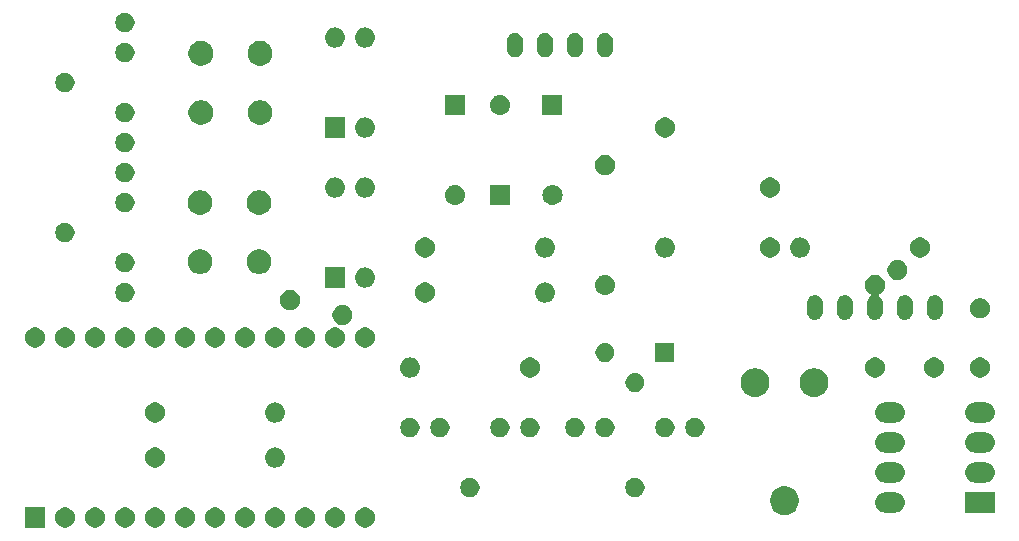
<source format=gbr>
G04 #@! TF.GenerationSoftware,KiCad,Pcbnew,5.1.2-f72e74a~84~ubuntu18.04.1*
G04 #@! TF.CreationDate,2019-05-20T21:08:09+03:00*
G04 #@! TF.ProjectId,manipulyator-v3 (2),6d616e69-7075-46c7-9961-746f722d7633,rev?*
G04 #@! TF.SameCoordinates,Original*
G04 #@! TF.FileFunction,Soldermask,Bot*
G04 #@! TF.FilePolarity,Negative*
%FSLAX45Y45*%
G04 Gerber Fmt 4.5, Leading zero omitted, Abs format (unit mm)*
G04 Created by KiCad (PCBNEW 5.1.2-f72e74a~84~ubuntu18.04.1) date 2019-05-20 21:08:09*
%MOMM*%
%LPD*%
G04 APERTURE LIST*
%ADD10C,0.100000*%
G04 APERTURE END LIST*
D10*
G36*
X3136323Y399330D02*
G01*
X3151810Y392915D01*
X3165748Y383601D01*
X3177601Y371748D01*
X3186915Y357810D01*
X3193330Y342323D01*
X3196600Y325882D01*
X3196600Y309118D01*
X3193330Y292677D01*
X3186915Y277190D01*
X3177601Y263252D01*
X3165748Y251398D01*
X3151810Y242085D01*
X3136323Y235670D01*
X3119882Y232400D01*
X3103118Y232400D01*
X3086677Y235670D01*
X3071190Y242085D01*
X3057252Y251398D01*
X3045398Y263252D01*
X3036085Y277190D01*
X3029670Y292677D01*
X3026400Y309118D01*
X3026400Y325882D01*
X3029670Y342323D01*
X3036085Y357810D01*
X3045398Y371748D01*
X3057252Y383601D01*
X3071190Y392915D01*
X3086677Y399330D01*
X3103118Y402600D01*
X3119882Y402600D01*
X3136323Y399330D01*
X3136323Y399330D01*
G37*
G36*
X2882323Y399330D02*
G01*
X2897810Y392915D01*
X2911748Y383601D01*
X2923601Y371748D01*
X2932915Y357810D01*
X2939330Y342323D01*
X2942600Y325882D01*
X2942600Y309118D01*
X2939330Y292677D01*
X2932915Y277190D01*
X2923601Y263252D01*
X2911748Y251398D01*
X2897810Y242085D01*
X2882323Y235670D01*
X2865882Y232400D01*
X2849118Y232400D01*
X2832677Y235670D01*
X2817190Y242085D01*
X2803252Y251398D01*
X2791399Y263252D01*
X2782085Y277190D01*
X2775670Y292677D01*
X2772400Y309118D01*
X2772400Y325882D01*
X2775670Y342323D01*
X2782085Y357810D01*
X2791399Y371748D01*
X2803252Y383601D01*
X2817190Y392915D01*
X2832677Y399330D01*
X2849118Y402600D01*
X2865882Y402600D01*
X2882323Y399330D01*
X2882323Y399330D01*
G37*
G36*
X402600Y232400D02*
G01*
X232400Y232400D01*
X232400Y402600D01*
X402600Y402600D01*
X402600Y232400D01*
X402600Y232400D01*
G37*
G36*
X596323Y399330D02*
G01*
X611810Y392915D01*
X625748Y383601D01*
X637602Y371748D01*
X646915Y357810D01*
X653330Y342323D01*
X656600Y325882D01*
X656600Y309118D01*
X653330Y292677D01*
X646915Y277190D01*
X637602Y263252D01*
X625748Y251398D01*
X611810Y242085D01*
X596323Y235670D01*
X579882Y232400D01*
X563118Y232400D01*
X546677Y235670D01*
X531190Y242085D01*
X517252Y251398D01*
X505398Y263252D01*
X496085Y277190D01*
X489670Y292677D01*
X486400Y309118D01*
X486400Y325882D01*
X489670Y342323D01*
X496085Y357810D01*
X505398Y371748D01*
X517252Y383601D01*
X531190Y392915D01*
X546677Y399330D01*
X563118Y402600D01*
X579882Y402600D01*
X596323Y399330D01*
X596323Y399330D01*
G37*
G36*
X850323Y399330D02*
G01*
X865810Y392915D01*
X879748Y383601D01*
X891601Y371748D01*
X900915Y357810D01*
X907330Y342323D01*
X910600Y325882D01*
X910600Y309118D01*
X907330Y292677D01*
X900915Y277190D01*
X891601Y263252D01*
X879748Y251398D01*
X865810Y242085D01*
X850323Y235670D01*
X833882Y232400D01*
X817118Y232400D01*
X800677Y235670D01*
X785190Y242085D01*
X771252Y251398D01*
X759398Y263252D01*
X750085Y277190D01*
X743670Y292677D01*
X740400Y309118D01*
X740400Y325882D01*
X743670Y342323D01*
X750085Y357810D01*
X759398Y371748D01*
X771252Y383601D01*
X785190Y392915D01*
X800677Y399330D01*
X817118Y402600D01*
X833882Y402600D01*
X850323Y399330D01*
X850323Y399330D01*
G37*
G36*
X1104323Y399330D02*
G01*
X1119810Y392915D01*
X1133748Y383601D01*
X1145602Y371748D01*
X1154915Y357810D01*
X1161330Y342323D01*
X1164600Y325882D01*
X1164600Y309118D01*
X1161330Y292677D01*
X1154915Y277190D01*
X1145602Y263252D01*
X1133748Y251398D01*
X1119810Y242085D01*
X1104323Y235670D01*
X1087882Y232400D01*
X1071118Y232400D01*
X1054677Y235670D01*
X1039190Y242085D01*
X1025252Y251398D01*
X1013398Y263252D01*
X1004085Y277190D01*
X997670Y292677D01*
X994400Y309118D01*
X994400Y325882D01*
X997670Y342323D01*
X1004085Y357810D01*
X1013398Y371748D01*
X1025252Y383601D01*
X1039190Y392915D01*
X1054677Y399330D01*
X1071118Y402600D01*
X1087882Y402600D01*
X1104323Y399330D01*
X1104323Y399330D01*
G37*
G36*
X1358323Y399330D02*
G01*
X1373810Y392915D01*
X1387748Y383601D01*
X1399601Y371748D01*
X1408915Y357810D01*
X1415330Y342323D01*
X1418600Y325882D01*
X1418600Y309118D01*
X1415330Y292677D01*
X1408915Y277190D01*
X1399601Y263252D01*
X1387748Y251398D01*
X1373810Y242085D01*
X1358323Y235670D01*
X1341882Y232400D01*
X1325118Y232400D01*
X1308677Y235670D01*
X1293190Y242085D01*
X1279252Y251398D01*
X1267399Y263252D01*
X1258085Y277190D01*
X1251670Y292677D01*
X1248400Y309118D01*
X1248400Y325882D01*
X1251670Y342323D01*
X1258085Y357810D01*
X1267399Y371748D01*
X1279252Y383601D01*
X1293190Y392915D01*
X1308677Y399330D01*
X1325118Y402600D01*
X1341882Y402600D01*
X1358323Y399330D01*
X1358323Y399330D01*
G37*
G36*
X1866323Y399330D02*
G01*
X1881810Y392915D01*
X1895748Y383601D01*
X1907601Y371748D01*
X1916915Y357810D01*
X1923330Y342323D01*
X1926600Y325882D01*
X1926600Y309118D01*
X1923330Y292677D01*
X1916915Y277190D01*
X1907601Y263252D01*
X1895748Y251398D01*
X1881810Y242085D01*
X1866323Y235670D01*
X1849882Y232400D01*
X1833118Y232400D01*
X1816677Y235670D01*
X1801190Y242085D01*
X1787252Y251398D01*
X1775398Y263252D01*
X1766085Y277190D01*
X1759670Y292677D01*
X1756400Y309118D01*
X1756400Y325882D01*
X1759670Y342323D01*
X1766085Y357810D01*
X1775398Y371748D01*
X1787252Y383601D01*
X1801190Y392915D01*
X1816677Y399330D01*
X1833118Y402600D01*
X1849882Y402600D01*
X1866323Y399330D01*
X1866323Y399330D01*
G37*
G36*
X1612323Y399330D02*
G01*
X1627810Y392915D01*
X1641748Y383601D01*
X1653601Y371748D01*
X1662915Y357810D01*
X1669330Y342323D01*
X1672600Y325882D01*
X1672600Y309118D01*
X1669330Y292677D01*
X1662915Y277190D01*
X1653601Y263252D01*
X1641748Y251398D01*
X1627810Y242085D01*
X1612323Y235670D01*
X1595882Y232400D01*
X1579118Y232400D01*
X1562677Y235670D01*
X1547190Y242085D01*
X1533252Y251398D01*
X1521398Y263252D01*
X1512085Y277190D01*
X1505670Y292677D01*
X1502400Y309118D01*
X1502400Y325882D01*
X1505670Y342323D01*
X1512085Y357810D01*
X1521398Y371748D01*
X1533252Y383601D01*
X1547190Y392915D01*
X1562677Y399330D01*
X1579118Y402600D01*
X1595882Y402600D01*
X1612323Y399330D01*
X1612323Y399330D01*
G37*
G36*
X2628323Y399330D02*
G01*
X2643810Y392915D01*
X2657748Y383601D01*
X2669602Y371748D01*
X2678915Y357810D01*
X2685330Y342323D01*
X2688600Y325882D01*
X2688600Y309118D01*
X2685330Y292677D01*
X2678915Y277190D01*
X2669602Y263252D01*
X2657748Y251398D01*
X2643810Y242085D01*
X2628323Y235670D01*
X2611882Y232400D01*
X2595118Y232400D01*
X2578677Y235670D01*
X2563190Y242085D01*
X2549252Y251398D01*
X2537399Y263252D01*
X2528085Y277190D01*
X2521670Y292677D01*
X2518400Y309118D01*
X2518400Y325882D01*
X2521670Y342323D01*
X2528085Y357810D01*
X2537399Y371748D01*
X2549252Y383601D01*
X2563190Y392915D01*
X2578677Y399330D01*
X2595118Y402600D01*
X2611882Y402600D01*
X2628323Y399330D01*
X2628323Y399330D01*
G37*
G36*
X2120323Y399330D02*
G01*
X2135810Y392915D01*
X2149748Y383601D01*
X2161602Y371748D01*
X2170915Y357810D01*
X2177330Y342323D01*
X2180600Y325882D01*
X2180600Y309118D01*
X2177330Y292677D01*
X2170915Y277190D01*
X2161602Y263252D01*
X2149748Y251398D01*
X2135810Y242085D01*
X2120323Y235670D01*
X2103882Y232400D01*
X2087118Y232400D01*
X2070677Y235670D01*
X2055190Y242085D01*
X2041252Y251398D01*
X2029398Y263252D01*
X2020085Y277190D01*
X2013670Y292677D01*
X2010400Y309118D01*
X2010400Y325882D01*
X2013670Y342323D01*
X2020085Y357810D01*
X2029398Y371748D01*
X2041252Y383601D01*
X2055190Y392915D01*
X2070677Y399330D01*
X2087118Y402600D01*
X2103882Y402600D01*
X2120323Y399330D01*
X2120323Y399330D01*
G37*
G36*
X2374323Y399330D02*
G01*
X2389810Y392915D01*
X2403748Y383601D01*
X2415602Y371748D01*
X2424915Y357810D01*
X2431330Y342323D01*
X2434600Y325882D01*
X2434600Y309118D01*
X2431330Y292677D01*
X2424915Y277190D01*
X2415602Y263252D01*
X2403748Y251398D01*
X2389810Y242085D01*
X2374323Y235670D01*
X2357882Y232400D01*
X2341118Y232400D01*
X2324677Y235670D01*
X2309190Y242085D01*
X2295252Y251398D01*
X2283399Y263252D01*
X2274085Y277190D01*
X2267670Y292677D01*
X2264400Y309118D01*
X2264400Y325882D01*
X2267670Y342323D01*
X2274085Y357810D01*
X2283399Y371748D01*
X2295252Y383601D01*
X2309190Y392915D01*
X2324677Y399330D01*
X2341118Y402600D01*
X2357882Y402600D01*
X2374323Y399330D01*
X2374323Y399330D01*
G37*
G36*
X6699115Y577908D02*
G01*
X6708319Y574095D01*
X6721336Y568704D01*
X6741334Y555341D01*
X6758341Y538334D01*
X6771704Y518336D01*
X6775840Y508350D01*
X6780908Y496115D01*
X6781463Y493324D01*
X6784665Y477224D01*
X6785600Y472526D01*
X6785600Y448474D01*
X6781491Y427817D01*
X6780908Y424885D01*
X6771704Y402664D01*
X6758341Y382666D01*
X6741334Y365659D01*
X6721336Y352296D01*
X6708319Y346905D01*
X6699115Y343092D01*
X6695248Y342323D01*
X6675526Y338400D01*
X6651474Y338400D01*
X6631752Y342323D01*
X6627885Y343092D01*
X6618681Y346905D01*
X6605664Y352296D01*
X6585666Y365659D01*
X6568659Y382666D01*
X6555296Y402664D01*
X6546092Y424885D01*
X6545509Y427817D01*
X6541400Y448474D01*
X6541400Y472526D01*
X6542335Y477224D01*
X6545537Y493324D01*
X6546092Y496115D01*
X6551160Y508350D01*
X6555296Y518336D01*
X6568659Y538334D01*
X6585666Y555341D01*
X6605664Y568704D01*
X6618681Y574095D01*
X6627885Y577908D01*
X6639679Y580254D01*
X6651474Y582600D01*
X6675526Y582600D01*
X6699115Y577908D01*
X6699115Y577908D01*
G37*
G36*
X7613182Y528369D02*
G01*
X7629224Y523502D01*
X7638890Y518336D01*
X7644008Y515600D01*
X7656966Y504966D01*
X7667600Y492008D01*
X7667600Y492008D01*
X7675502Y477224D01*
X7680369Y461182D01*
X7682012Y444500D01*
X7680369Y427818D01*
X7675502Y411776D01*
X7670632Y402664D01*
X7667600Y396992D01*
X7656966Y384034D01*
X7644008Y373400D01*
X7644008Y373399D01*
X7629224Y365498D01*
X7613182Y360631D01*
X7600680Y359400D01*
X7512320Y359400D01*
X7499818Y360631D01*
X7483776Y365498D01*
X7468992Y373399D01*
X7468992Y373400D01*
X7456034Y384034D01*
X7445400Y396992D01*
X7442368Y402664D01*
X7437498Y411776D01*
X7432631Y427818D01*
X7430988Y444500D01*
X7432631Y461182D01*
X7437498Y477224D01*
X7445399Y492008D01*
X7445400Y492008D01*
X7456034Y504966D01*
X7468992Y515600D01*
X7474110Y518336D01*
X7483776Y523502D01*
X7499818Y528369D01*
X7512320Y529600D01*
X7600680Y529600D01*
X7613182Y528369D01*
X7613182Y528369D01*
G37*
G36*
X8443600Y359400D02*
G01*
X8193400Y359400D01*
X8193400Y529600D01*
X8443600Y529600D01*
X8443600Y359400D01*
X8443600Y359400D01*
G37*
G36*
X5421214Y649676D02*
G01*
X5436010Y643547D01*
X5449326Y634650D01*
X5460650Y623326D01*
X5469547Y610010D01*
X5475676Y595214D01*
X5478800Y579508D01*
X5478800Y563493D01*
X5475676Y547786D01*
X5469547Y532990D01*
X5460650Y519674D01*
X5449326Y508350D01*
X5436010Y499453D01*
X5421214Y493324D01*
X5405508Y490200D01*
X5389493Y490200D01*
X5373786Y493324D01*
X5358990Y499453D01*
X5345675Y508350D01*
X5334350Y519674D01*
X5325453Y532990D01*
X5319324Y547786D01*
X5316200Y563493D01*
X5316200Y579508D01*
X5319324Y595214D01*
X5325453Y610010D01*
X5334350Y623326D01*
X5345675Y634650D01*
X5358990Y643547D01*
X5373786Y649676D01*
X5389493Y652800D01*
X5405508Y652800D01*
X5421214Y649676D01*
X5421214Y649676D01*
G37*
G36*
X4024214Y649676D02*
G01*
X4039010Y643547D01*
X4052325Y634650D01*
X4063650Y623326D01*
X4072547Y610010D01*
X4078676Y595214D01*
X4081800Y579508D01*
X4081800Y563493D01*
X4078676Y547786D01*
X4072547Y532990D01*
X4063650Y519674D01*
X4052325Y508350D01*
X4039010Y499453D01*
X4024214Y493324D01*
X4008507Y490200D01*
X3992492Y490200D01*
X3976786Y493324D01*
X3961990Y499453D01*
X3948674Y508350D01*
X3937350Y519674D01*
X3928453Y532990D01*
X3922324Y547786D01*
X3919200Y563493D01*
X3919200Y579508D01*
X3922324Y595214D01*
X3928453Y610010D01*
X3937350Y623326D01*
X3948674Y634650D01*
X3961990Y643547D01*
X3976786Y649676D01*
X3992492Y652800D01*
X4008507Y652800D01*
X4024214Y649676D01*
X4024214Y649676D01*
G37*
G36*
X8375182Y782369D02*
G01*
X8391224Y777502D01*
X8404491Y770411D01*
X8406008Y769600D01*
X8418966Y758966D01*
X8429600Y746008D01*
X8429601Y746008D01*
X8437502Y731224D01*
X8442369Y715182D01*
X8444012Y698500D01*
X8442369Y681818D01*
X8437502Y665776D01*
X8430567Y652800D01*
X8429600Y650992D01*
X8418966Y638034D01*
X8406008Y627400D01*
X8406008Y627400D01*
X8391224Y619498D01*
X8375182Y614631D01*
X8362680Y613400D01*
X8274320Y613400D01*
X8261818Y614631D01*
X8245776Y619498D01*
X8230992Y627400D01*
X8230992Y627400D01*
X8218034Y638034D01*
X8207400Y650992D01*
X8206433Y652800D01*
X8199498Y665776D01*
X8194631Y681818D01*
X8192988Y698500D01*
X8194631Y715182D01*
X8199498Y731224D01*
X8207399Y746008D01*
X8207400Y746008D01*
X8218034Y758966D01*
X8230992Y769600D01*
X8232509Y770411D01*
X8245776Y777502D01*
X8261818Y782369D01*
X8274320Y783600D01*
X8362680Y783600D01*
X8375182Y782369D01*
X8375182Y782369D01*
G37*
G36*
X7613182Y782369D02*
G01*
X7629224Y777502D01*
X7642491Y770411D01*
X7644008Y769600D01*
X7656966Y758966D01*
X7667600Y746008D01*
X7667600Y746008D01*
X7675502Y731224D01*
X7680369Y715182D01*
X7682012Y698500D01*
X7680369Y681818D01*
X7675502Y665776D01*
X7668567Y652800D01*
X7667600Y650992D01*
X7656966Y638034D01*
X7644008Y627400D01*
X7644008Y627400D01*
X7629224Y619498D01*
X7613182Y614631D01*
X7600680Y613400D01*
X7512320Y613400D01*
X7499818Y614631D01*
X7483776Y619498D01*
X7468992Y627400D01*
X7468992Y627400D01*
X7456034Y638034D01*
X7445400Y650992D01*
X7444433Y652800D01*
X7437498Y665776D01*
X7432631Y681818D01*
X7430988Y698500D01*
X7432631Y715182D01*
X7437498Y731224D01*
X7445399Y746008D01*
X7445400Y746008D01*
X7456034Y758966D01*
X7468992Y769600D01*
X7470509Y770411D01*
X7483776Y777502D01*
X7499818Y782369D01*
X7512320Y783600D01*
X7600680Y783600D01*
X7613182Y782369D01*
X7613182Y782369D01*
G37*
G36*
X1358323Y907330D02*
G01*
X1373810Y900915D01*
X1387748Y891601D01*
X1399601Y879748D01*
X1408915Y865810D01*
X1415330Y850323D01*
X1418600Y833882D01*
X1418600Y817118D01*
X1415330Y800677D01*
X1408915Y785190D01*
X1399601Y771252D01*
X1387748Y759398D01*
X1373810Y750085D01*
X1358323Y743670D01*
X1341882Y740400D01*
X1325118Y740400D01*
X1308677Y743670D01*
X1293190Y750085D01*
X1279252Y759398D01*
X1267399Y771252D01*
X1258085Y785190D01*
X1251670Y800677D01*
X1248400Y817118D01*
X1248400Y833882D01*
X1251670Y850323D01*
X1258085Y865810D01*
X1267399Y879748D01*
X1279252Y891601D01*
X1293190Y900915D01*
X1308677Y907330D01*
X1325118Y910600D01*
X1341882Y910600D01*
X1358323Y907330D01*
X1358323Y907330D01*
G37*
G36*
X2366182Y909369D02*
G01*
X2382224Y904502D01*
X2388936Y900915D01*
X2397008Y896600D01*
X2409966Y885966D01*
X2420600Y873008D01*
X2420601Y873008D01*
X2428502Y858224D01*
X2433369Y842182D01*
X2435012Y825500D01*
X2433369Y808818D01*
X2428502Y792776D01*
X2424448Y785190D01*
X2420600Y777992D01*
X2409966Y765034D01*
X2397008Y754400D01*
X2397008Y754399D01*
X2382224Y746498D01*
X2366182Y741631D01*
X2353680Y740400D01*
X2345320Y740400D01*
X2332818Y741631D01*
X2316776Y746498D01*
X2301992Y754399D01*
X2301992Y754400D01*
X2289034Y765034D01*
X2278400Y777992D01*
X2274552Y785190D01*
X2270498Y792776D01*
X2265631Y808818D01*
X2263988Y825500D01*
X2265631Y842182D01*
X2270498Y858224D01*
X2278400Y873008D01*
X2278400Y873008D01*
X2289034Y885966D01*
X2301992Y896600D01*
X2310064Y900915D01*
X2316776Y904502D01*
X2332818Y909369D01*
X2345320Y910600D01*
X2353680Y910600D01*
X2366182Y909369D01*
X2366182Y909369D01*
G37*
G36*
X7613182Y1036369D02*
G01*
X7629224Y1031502D01*
X7642491Y1024411D01*
X7644008Y1023600D01*
X7656966Y1012966D01*
X7667600Y1000008D01*
X7667600Y1000008D01*
X7675502Y985224D01*
X7680369Y969182D01*
X7682012Y952500D01*
X7680369Y935818D01*
X7675502Y919776D01*
X7670598Y910600D01*
X7667600Y904992D01*
X7656966Y892034D01*
X7644008Y881400D01*
X7644008Y881399D01*
X7629224Y873498D01*
X7613182Y868631D01*
X7600680Y867400D01*
X7512320Y867400D01*
X7499818Y868631D01*
X7483776Y873498D01*
X7468992Y881399D01*
X7468992Y881400D01*
X7456034Y892034D01*
X7445400Y904992D01*
X7442402Y910600D01*
X7437498Y919776D01*
X7432631Y935818D01*
X7430988Y952500D01*
X7432631Y969182D01*
X7437498Y985224D01*
X7445399Y1000008D01*
X7445400Y1000008D01*
X7456034Y1012966D01*
X7468992Y1023600D01*
X7470509Y1024411D01*
X7483776Y1031502D01*
X7499818Y1036369D01*
X7512320Y1037600D01*
X7600680Y1037600D01*
X7613182Y1036369D01*
X7613182Y1036369D01*
G37*
G36*
X8375182Y1036369D02*
G01*
X8391224Y1031502D01*
X8404491Y1024411D01*
X8406008Y1023600D01*
X8418966Y1012966D01*
X8429600Y1000008D01*
X8429601Y1000008D01*
X8437502Y985224D01*
X8442369Y969182D01*
X8444012Y952500D01*
X8442369Y935818D01*
X8437502Y919776D01*
X8432598Y910600D01*
X8429600Y904992D01*
X8418966Y892034D01*
X8406008Y881400D01*
X8406008Y881399D01*
X8391224Y873498D01*
X8375182Y868631D01*
X8362680Y867400D01*
X8274320Y867400D01*
X8261818Y868631D01*
X8245776Y873498D01*
X8230992Y881399D01*
X8230992Y881400D01*
X8218034Y892034D01*
X8207400Y904992D01*
X8204402Y910600D01*
X8199498Y919776D01*
X8194631Y935818D01*
X8192988Y952500D01*
X8194631Y969182D01*
X8199498Y985224D01*
X8207399Y1000008D01*
X8207400Y1000008D01*
X8218034Y1012966D01*
X8230992Y1023600D01*
X8232509Y1024411D01*
X8245776Y1031502D01*
X8261818Y1036369D01*
X8274320Y1037600D01*
X8362680Y1037600D01*
X8375182Y1036369D01*
X8375182Y1036369D01*
G37*
G36*
X3770214Y1157676D02*
G01*
X3785010Y1151547D01*
X3798325Y1142650D01*
X3809650Y1131326D01*
X3818547Y1118010D01*
X3824676Y1103214D01*
X3827800Y1087508D01*
X3827800Y1071493D01*
X3824676Y1055786D01*
X3818547Y1040990D01*
X3809650Y1027674D01*
X3798325Y1016350D01*
X3785010Y1007453D01*
X3770214Y1001324D01*
X3754507Y998200D01*
X3738492Y998200D01*
X3722786Y1001324D01*
X3707990Y1007453D01*
X3694674Y1016350D01*
X3683350Y1027674D01*
X3674453Y1040990D01*
X3668324Y1055786D01*
X3665200Y1071493D01*
X3665200Y1087508D01*
X3668324Y1103214D01*
X3674453Y1118010D01*
X3683350Y1131326D01*
X3694674Y1142650D01*
X3707990Y1151547D01*
X3722786Y1157676D01*
X3738492Y1160800D01*
X3754507Y1160800D01*
X3770214Y1157676D01*
X3770214Y1157676D01*
G37*
G36*
X4278214Y1157676D02*
G01*
X4293010Y1151547D01*
X4306326Y1142650D01*
X4317650Y1131326D01*
X4326547Y1118010D01*
X4332676Y1103214D01*
X4335800Y1087508D01*
X4335800Y1071493D01*
X4332676Y1055786D01*
X4326547Y1040990D01*
X4317650Y1027674D01*
X4306326Y1016350D01*
X4293010Y1007453D01*
X4278214Y1001324D01*
X4262508Y998200D01*
X4246493Y998200D01*
X4230786Y1001324D01*
X4215990Y1007453D01*
X4202675Y1016350D01*
X4191350Y1027674D01*
X4182453Y1040990D01*
X4176324Y1055786D01*
X4173200Y1071493D01*
X4173200Y1087508D01*
X4176324Y1103214D01*
X4182453Y1118010D01*
X4191350Y1131326D01*
X4202675Y1142650D01*
X4215990Y1151547D01*
X4230786Y1157676D01*
X4246493Y1160800D01*
X4262508Y1160800D01*
X4278214Y1157676D01*
X4278214Y1157676D01*
G37*
G36*
X4532214Y1157676D02*
G01*
X4547010Y1151547D01*
X4560326Y1142650D01*
X4571650Y1131326D01*
X4580547Y1118010D01*
X4586676Y1103214D01*
X4589800Y1087508D01*
X4589800Y1071493D01*
X4586676Y1055786D01*
X4580547Y1040990D01*
X4571650Y1027674D01*
X4560326Y1016350D01*
X4547010Y1007453D01*
X4532214Y1001324D01*
X4516508Y998200D01*
X4500493Y998200D01*
X4484786Y1001324D01*
X4469990Y1007453D01*
X4456675Y1016350D01*
X4445350Y1027674D01*
X4436453Y1040990D01*
X4430324Y1055786D01*
X4427200Y1071493D01*
X4427200Y1087508D01*
X4430324Y1103214D01*
X4436453Y1118010D01*
X4445350Y1131326D01*
X4456675Y1142650D01*
X4469990Y1151547D01*
X4484786Y1157676D01*
X4500493Y1160800D01*
X4516508Y1160800D01*
X4532214Y1157676D01*
X4532214Y1157676D01*
G37*
G36*
X3516214Y1157676D02*
G01*
X3531010Y1151547D01*
X3544325Y1142650D01*
X3555650Y1131326D01*
X3564547Y1118010D01*
X3570676Y1103214D01*
X3573800Y1087508D01*
X3573800Y1071493D01*
X3570676Y1055786D01*
X3564547Y1040990D01*
X3555650Y1027674D01*
X3544325Y1016350D01*
X3531010Y1007453D01*
X3516214Y1001324D01*
X3500507Y998200D01*
X3484492Y998200D01*
X3468786Y1001324D01*
X3453990Y1007453D01*
X3440674Y1016350D01*
X3429350Y1027674D01*
X3420453Y1040990D01*
X3414324Y1055786D01*
X3411200Y1071493D01*
X3411200Y1087508D01*
X3414324Y1103214D01*
X3420453Y1118010D01*
X3429350Y1131326D01*
X3440674Y1142650D01*
X3453990Y1151547D01*
X3468786Y1157676D01*
X3484492Y1160800D01*
X3500507Y1160800D01*
X3516214Y1157676D01*
X3516214Y1157676D01*
G37*
G36*
X4913214Y1157676D02*
G01*
X4928010Y1151547D01*
X4941326Y1142650D01*
X4952650Y1131326D01*
X4961547Y1118010D01*
X4967676Y1103214D01*
X4970800Y1087508D01*
X4970800Y1071493D01*
X4967676Y1055786D01*
X4961547Y1040990D01*
X4952650Y1027674D01*
X4941326Y1016350D01*
X4928010Y1007453D01*
X4913214Y1001324D01*
X4897508Y998200D01*
X4881493Y998200D01*
X4865786Y1001324D01*
X4850990Y1007453D01*
X4837675Y1016350D01*
X4826350Y1027674D01*
X4817453Y1040990D01*
X4811324Y1055786D01*
X4808200Y1071493D01*
X4808200Y1087508D01*
X4811324Y1103214D01*
X4817453Y1118010D01*
X4826350Y1131326D01*
X4837675Y1142650D01*
X4850990Y1151547D01*
X4865786Y1157676D01*
X4881493Y1160800D01*
X4897508Y1160800D01*
X4913214Y1157676D01*
X4913214Y1157676D01*
G37*
G36*
X5675214Y1157676D02*
G01*
X5690010Y1151547D01*
X5703325Y1142650D01*
X5714650Y1131326D01*
X5723547Y1118010D01*
X5729676Y1103214D01*
X5732800Y1087508D01*
X5732800Y1071493D01*
X5729676Y1055786D01*
X5723547Y1040990D01*
X5714650Y1027674D01*
X5703325Y1016350D01*
X5690010Y1007453D01*
X5675214Y1001324D01*
X5659507Y998200D01*
X5643492Y998200D01*
X5627786Y1001324D01*
X5612990Y1007453D01*
X5599674Y1016350D01*
X5588350Y1027674D01*
X5579453Y1040990D01*
X5573324Y1055786D01*
X5570200Y1071493D01*
X5570200Y1087508D01*
X5573324Y1103214D01*
X5579453Y1118010D01*
X5588350Y1131326D01*
X5599674Y1142650D01*
X5612990Y1151547D01*
X5627786Y1157676D01*
X5643492Y1160800D01*
X5659507Y1160800D01*
X5675214Y1157676D01*
X5675214Y1157676D01*
G37*
G36*
X5167214Y1157676D02*
G01*
X5182010Y1151547D01*
X5195326Y1142650D01*
X5206650Y1131326D01*
X5215547Y1118010D01*
X5221676Y1103214D01*
X5224800Y1087508D01*
X5224800Y1071493D01*
X5221676Y1055786D01*
X5215547Y1040990D01*
X5206650Y1027674D01*
X5195326Y1016350D01*
X5182010Y1007453D01*
X5167214Y1001324D01*
X5151508Y998200D01*
X5135493Y998200D01*
X5119786Y1001324D01*
X5104990Y1007453D01*
X5091675Y1016350D01*
X5080350Y1027674D01*
X5071453Y1040990D01*
X5065324Y1055786D01*
X5062200Y1071493D01*
X5062200Y1087508D01*
X5065324Y1103214D01*
X5071453Y1118010D01*
X5080350Y1131326D01*
X5091675Y1142650D01*
X5104990Y1151547D01*
X5119786Y1157676D01*
X5135493Y1160800D01*
X5151508Y1160800D01*
X5167214Y1157676D01*
X5167214Y1157676D01*
G37*
G36*
X5929214Y1157676D02*
G01*
X5944010Y1151547D01*
X5957325Y1142650D01*
X5968650Y1131326D01*
X5977547Y1118010D01*
X5983676Y1103214D01*
X5986800Y1087508D01*
X5986800Y1071493D01*
X5983676Y1055786D01*
X5977547Y1040990D01*
X5968650Y1027674D01*
X5957325Y1016350D01*
X5944010Y1007453D01*
X5929214Y1001324D01*
X5913507Y998200D01*
X5897492Y998200D01*
X5881786Y1001324D01*
X5866990Y1007453D01*
X5853674Y1016350D01*
X5842350Y1027674D01*
X5833453Y1040990D01*
X5827324Y1055786D01*
X5824200Y1071493D01*
X5824200Y1087508D01*
X5827324Y1103214D01*
X5833453Y1118010D01*
X5842350Y1131326D01*
X5853674Y1142650D01*
X5866990Y1151547D01*
X5881786Y1157676D01*
X5897492Y1160800D01*
X5913507Y1160800D01*
X5929214Y1157676D01*
X5929214Y1157676D01*
G37*
G36*
X7613182Y1290369D02*
G01*
X7629224Y1285502D01*
X7635936Y1281915D01*
X7644008Y1277600D01*
X7656966Y1266966D01*
X7667600Y1254008D01*
X7667600Y1254008D01*
X7675502Y1239224D01*
X7680369Y1223182D01*
X7682012Y1206500D01*
X7680369Y1189818D01*
X7675502Y1173776D01*
X7671448Y1166190D01*
X7667600Y1158992D01*
X7656966Y1146034D01*
X7644008Y1135400D01*
X7644008Y1135400D01*
X7629224Y1127498D01*
X7613182Y1122631D01*
X7600680Y1121400D01*
X7512320Y1121400D01*
X7499818Y1122631D01*
X7483776Y1127498D01*
X7468992Y1135400D01*
X7468992Y1135400D01*
X7456034Y1146034D01*
X7445400Y1158992D01*
X7441552Y1166190D01*
X7437498Y1173776D01*
X7432631Y1189818D01*
X7430988Y1206500D01*
X7432631Y1223182D01*
X7437498Y1239224D01*
X7445399Y1254008D01*
X7445400Y1254008D01*
X7456034Y1266966D01*
X7468992Y1277600D01*
X7477064Y1281915D01*
X7483776Y1285502D01*
X7499818Y1290369D01*
X7512320Y1291600D01*
X7600680Y1291600D01*
X7613182Y1290369D01*
X7613182Y1290369D01*
G37*
G36*
X2366182Y1290369D02*
G01*
X2382224Y1285502D01*
X2388936Y1281915D01*
X2397008Y1277600D01*
X2409966Y1266966D01*
X2420600Y1254008D01*
X2420601Y1254008D01*
X2428502Y1239224D01*
X2433369Y1223182D01*
X2435012Y1206500D01*
X2433369Y1189818D01*
X2428502Y1173776D01*
X2424448Y1166190D01*
X2420600Y1158992D01*
X2409966Y1146034D01*
X2397008Y1135400D01*
X2397008Y1135400D01*
X2382224Y1127498D01*
X2366182Y1122631D01*
X2353680Y1121400D01*
X2345320Y1121400D01*
X2332818Y1122631D01*
X2316776Y1127498D01*
X2301992Y1135400D01*
X2301992Y1135400D01*
X2289034Y1146034D01*
X2278400Y1158992D01*
X2274552Y1166190D01*
X2270498Y1173776D01*
X2265631Y1189818D01*
X2263988Y1206500D01*
X2265631Y1223182D01*
X2270498Y1239224D01*
X2278400Y1254008D01*
X2278400Y1254008D01*
X2289034Y1266966D01*
X2301992Y1277600D01*
X2310064Y1281915D01*
X2316776Y1285502D01*
X2332818Y1290369D01*
X2345320Y1291600D01*
X2353680Y1291600D01*
X2366182Y1290369D01*
X2366182Y1290369D01*
G37*
G36*
X1358323Y1288330D02*
G01*
X1373810Y1281915D01*
X1387748Y1272602D01*
X1399601Y1260748D01*
X1408915Y1246810D01*
X1415330Y1231323D01*
X1418600Y1214882D01*
X1418600Y1198118D01*
X1415330Y1181677D01*
X1408915Y1166190D01*
X1399601Y1152252D01*
X1387748Y1140399D01*
X1373810Y1131085D01*
X1358323Y1124670D01*
X1341882Y1121400D01*
X1325118Y1121400D01*
X1308677Y1124670D01*
X1293190Y1131085D01*
X1279252Y1140399D01*
X1267399Y1152252D01*
X1258085Y1166190D01*
X1251670Y1181677D01*
X1248400Y1198118D01*
X1248400Y1214882D01*
X1251670Y1231323D01*
X1258085Y1246810D01*
X1267399Y1260748D01*
X1279252Y1272602D01*
X1293190Y1281915D01*
X1308677Y1288330D01*
X1325118Y1291600D01*
X1341882Y1291600D01*
X1358323Y1288330D01*
X1358323Y1288330D01*
G37*
G36*
X8375182Y1290369D02*
G01*
X8391224Y1285502D01*
X8397936Y1281915D01*
X8406008Y1277600D01*
X8418966Y1266966D01*
X8429600Y1254008D01*
X8429601Y1254008D01*
X8437502Y1239224D01*
X8442369Y1223182D01*
X8444012Y1206500D01*
X8442369Y1189818D01*
X8437502Y1173776D01*
X8433448Y1166190D01*
X8429600Y1158992D01*
X8418966Y1146034D01*
X8406008Y1135400D01*
X8406008Y1135400D01*
X8391224Y1127498D01*
X8375182Y1122631D01*
X8362680Y1121400D01*
X8274320Y1121400D01*
X8261818Y1122631D01*
X8245776Y1127498D01*
X8230992Y1135400D01*
X8230992Y1135400D01*
X8218034Y1146034D01*
X8207400Y1158992D01*
X8203552Y1166190D01*
X8199498Y1173776D01*
X8194631Y1189818D01*
X8192988Y1206500D01*
X8194631Y1223182D01*
X8199498Y1239224D01*
X8207399Y1254008D01*
X8207400Y1254008D01*
X8218034Y1266966D01*
X8230992Y1277600D01*
X8239064Y1281915D01*
X8245776Y1285502D01*
X8261818Y1290369D01*
X8274320Y1291600D01*
X8362680Y1291600D01*
X8375182Y1290369D01*
X8375182Y1290369D01*
G37*
G36*
X6449115Y1577908D02*
G01*
X6458319Y1574095D01*
X6471336Y1568704D01*
X6491334Y1555341D01*
X6508341Y1538334D01*
X6521704Y1518336D01*
X6530908Y1496115D01*
X6535600Y1472526D01*
X6535600Y1448474D01*
X6530908Y1424885D01*
X6521704Y1402664D01*
X6508341Y1382666D01*
X6491334Y1365659D01*
X6471336Y1352296D01*
X6458319Y1346905D01*
X6449115Y1343092D01*
X6437320Y1340746D01*
X6425526Y1338400D01*
X6401474Y1338400D01*
X6389679Y1340746D01*
X6377885Y1343092D01*
X6368681Y1346905D01*
X6355664Y1352296D01*
X6335666Y1365659D01*
X6318659Y1382666D01*
X6305296Y1402664D01*
X6296092Y1424885D01*
X6291400Y1448474D01*
X6291400Y1472526D01*
X6296092Y1496115D01*
X6305296Y1518336D01*
X6318659Y1538334D01*
X6335666Y1555341D01*
X6355664Y1568704D01*
X6368681Y1574095D01*
X6377885Y1577908D01*
X6401474Y1582600D01*
X6425526Y1582600D01*
X6449115Y1577908D01*
X6449115Y1577908D01*
G37*
G36*
X6949115Y1577908D02*
G01*
X6958319Y1574095D01*
X6971336Y1568704D01*
X6991334Y1555341D01*
X7008341Y1538334D01*
X7021704Y1518336D01*
X7030908Y1496115D01*
X7035600Y1472526D01*
X7035600Y1448474D01*
X7030908Y1424885D01*
X7021704Y1402664D01*
X7008341Y1382666D01*
X6991334Y1365659D01*
X6971336Y1352296D01*
X6958319Y1346905D01*
X6949115Y1343092D01*
X6937320Y1340746D01*
X6925526Y1338400D01*
X6901474Y1338400D01*
X6889679Y1340746D01*
X6877885Y1343092D01*
X6868681Y1346905D01*
X6855664Y1352296D01*
X6835666Y1365659D01*
X6818659Y1382666D01*
X6805296Y1402664D01*
X6796092Y1424885D01*
X6791400Y1448474D01*
X6791400Y1472526D01*
X6796092Y1496115D01*
X6805296Y1518336D01*
X6818659Y1538334D01*
X6835666Y1555341D01*
X6855664Y1568704D01*
X6868681Y1574095D01*
X6877885Y1577908D01*
X6901474Y1582600D01*
X6925526Y1582600D01*
X6949115Y1577908D01*
X6949115Y1577908D01*
G37*
G36*
X5420864Y1537522D02*
G01*
X5431173Y1533252D01*
X5435442Y1531484D01*
X5448561Y1522718D01*
X5459718Y1511561D01*
X5465839Y1502400D01*
X5468484Y1498441D01*
X5474522Y1483864D01*
X5477600Y1468389D01*
X5477600Y1452611D01*
X5474522Y1437136D01*
X5469447Y1424885D01*
X5468484Y1422558D01*
X5459718Y1409439D01*
X5448561Y1398282D01*
X5435442Y1389516D01*
X5435442Y1389516D01*
X5435441Y1389516D01*
X5420864Y1383478D01*
X5405389Y1380400D01*
X5389611Y1380400D01*
X5374136Y1383478D01*
X5359559Y1389516D01*
X5359559Y1389516D01*
X5359558Y1389516D01*
X5346439Y1398282D01*
X5335282Y1409439D01*
X5326516Y1422558D01*
X5325553Y1424885D01*
X5320478Y1437136D01*
X5317400Y1452611D01*
X5317400Y1468389D01*
X5320478Y1483864D01*
X5326516Y1498441D01*
X5329161Y1502400D01*
X5335282Y1511561D01*
X5346439Y1522718D01*
X5359558Y1531484D01*
X5363827Y1533252D01*
X5374136Y1537522D01*
X5389611Y1540600D01*
X5405389Y1540600D01*
X5420864Y1537522D01*
X5420864Y1537522D01*
G37*
G36*
X8343323Y1669330D02*
G01*
X8358810Y1662915D01*
X8372748Y1653601D01*
X8384601Y1641748D01*
X8393915Y1627810D01*
X8400330Y1612323D01*
X8403600Y1595882D01*
X8403600Y1579118D01*
X8400330Y1562677D01*
X8393915Y1547190D01*
X8384601Y1533252D01*
X8372748Y1521398D01*
X8358810Y1512085D01*
X8343323Y1505670D01*
X8326882Y1502400D01*
X8310118Y1502400D01*
X8293677Y1505670D01*
X8278190Y1512085D01*
X8264252Y1521398D01*
X8252398Y1533252D01*
X8243085Y1547190D01*
X8236670Y1562677D01*
X8233400Y1579118D01*
X8233400Y1595882D01*
X8236670Y1612323D01*
X8243085Y1627810D01*
X8252398Y1641748D01*
X8264252Y1653601D01*
X8278190Y1662915D01*
X8293677Y1669330D01*
X8310118Y1672600D01*
X8326882Y1672600D01*
X8343323Y1669330D01*
X8343323Y1669330D01*
G37*
G36*
X4533323Y1669330D02*
G01*
X4548810Y1662915D01*
X4562748Y1653601D01*
X4574602Y1641748D01*
X4583915Y1627810D01*
X4590330Y1612323D01*
X4593600Y1595882D01*
X4593600Y1579118D01*
X4590330Y1562677D01*
X4583915Y1547190D01*
X4574602Y1533252D01*
X4562748Y1521398D01*
X4548810Y1512085D01*
X4533323Y1505670D01*
X4516882Y1502400D01*
X4500118Y1502400D01*
X4483677Y1505670D01*
X4468190Y1512085D01*
X4454252Y1521398D01*
X4442399Y1533252D01*
X4433085Y1547190D01*
X4426670Y1562677D01*
X4423400Y1579118D01*
X4423400Y1595882D01*
X4426670Y1612323D01*
X4433085Y1627810D01*
X4442399Y1641748D01*
X4454252Y1653601D01*
X4468190Y1662915D01*
X4483677Y1669330D01*
X4500118Y1672600D01*
X4516882Y1672600D01*
X4533323Y1669330D01*
X4533323Y1669330D01*
G37*
G36*
X3509182Y1671369D02*
G01*
X3525224Y1666502D01*
X3530955Y1663439D01*
X3540008Y1658600D01*
X3552966Y1647966D01*
X3563600Y1635008D01*
X3563600Y1635008D01*
X3571502Y1620224D01*
X3576369Y1604182D01*
X3578012Y1587500D01*
X3576369Y1570818D01*
X3572408Y1557762D01*
X3571674Y1555341D01*
X3571502Y1554776D01*
X3567448Y1547190D01*
X3563600Y1539992D01*
X3552966Y1527034D01*
X3540008Y1516400D01*
X3540008Y1516399D01*
X3525224Y1508498D01*
X3509182Y1503631D01*
X3496680Y1502400D01*
X3488320Y1502400D01*
X3475818Y1503631D01*
X3459776Y1508498D01*
X3444992Y1516399D01*
X3444992Y1516400D01*
X3432034Y1527034D01*
X3421400Y1539992D01*
X3417552Y1547190D01*
X3413498Y1554776D01*
X3413326Y1555341D01*
X3412592Y1557762D01*
X3408631Y1570818D01*
X3406988Y1587500D01*
X3408631Y1604182D01*
X3413498Y1620224D01*
X3421399Y1635008D01*
X3421400Y1635008D01*
X3432034Y1647966D01*
X3444992Y1658600D01*
X3454045Y1663439D01*
X3459776Y1666502D01*
X3475818Y1671369D01*
X3488320Y1672600D01*
X3496680Y1672600D01*
X3509182Y1671369D01*
X3509182Y1671369D01*
G37*
G36*
X7454323Y1669330D02*
G01*
X7469810Y1662915D01*
X7483748Y1653601D01*
X7495601Y1641748D01*
X7504915Y1627810D01*
X7511330Y1612323D01*
X7514600Y1595882D01*
X7514600Y1579118D01*
X7511330Y1562677D01*
X7504915Y1547190D01*
X7495601Y1533252D01*
X7483748Y1521398D01*
X7469810Y1512085D01*
X7454323Y1505670D01*
X7437882Y1502400D01*
X7421118Y1502400D01*
X7404677Y1505670D01*
X7389190Y1512085D01*
X7375252Y1521398D01*
X7363398Y1533252D01*
X7354085Y1547190D01*
X7347670Y1562677D01*
X7344400Y1579118D01*
X7344400Y1595882D01*
X7347670Y1612323D01*
X7354085Y1627810D01*
X7363398Y1641748D01*
X7375252Y1653601D01*
X7389190Y1662915D01*
X7404677Y1669330D01*
X7421118Y1672600D01*
X7437882Y1672600D01*
X7454323Y1669330D01*
X7454323Y1669330D01*
G37*
G36*
X7954323Y1669330D02*
G01*
X7969810Y1662915D01*
X7983748Y1653601D01*
X7995601Y1641748D01*
X8004915Y1627810D01*
X8011330Y1612323D01*
X8014600Y1595882D01*
X8014600Y1579118D01*
X8011330Y1562677D01*
X8004915Y1547190D01*
X7995601Y1533252D01*
X7983748Y1521398D01*
X7969810Y1512085D01*
X7954323Y1505670D01*
X7937882Y1502400D01*
X7921118Y1502400D01*
X7904677Y1505670D01*
X7889190Y1512085D01*
X7875252Y1521398D01*
X7863398Y1533252D01*
X7854085Y1547190D01*
X7847670Y1562677D01*
X7844400Y1579118D01*
X7844400Y1595882D01*
X7847670Y1612323D01*
X7854085Y1627810D01*
X7863398Y1641748D01*
X7875252Y1653601D01*
X7889190Y1662915D01*
X7904677Y1669330D01*
X7921118Y1672600D01*
X7937882Y1672600D01*
X7954323Y1669330D01*
X7954323Y1669330D01*
G37*
G36*
X5731600Y1634400D02*
G01*
X5571400Y1634400D01*
X5571400Y1794600D01*
X5731600Y1794600D01*
X5731600Y1634400D01*
X5731600Y1634400D01*
G37*
G36*
X5166864Y1791522D02*
G01*
X5177173Y1787252D01*
X5181442Y1785484D01*
X5194561Y1776718D01*
X5205718Y1765561D01*
X5211839Y1756400D01*
X5214484Y1752441D01*
X5220522Y1737864D01*
X5223600Y1722389D01*
X5223600Y1706611D01*
X5220522Y1691136D01*
X5214484Y1676559D01*
X5214484Y1676558D01*
X5205718Y1663439D01*
X5194561Y1652282D01*
X5181442Y1643516D01*
X5181442Y1643516D01*
X5181441Y1643516D01*
X5166864Y1637478D01*
X5151389Y1634400D01*
X5135611Y1634400D01*
X5120136Y1637478D01*
X5105559Y1643516D01*
X5105559Y1643516D01*
X5105558Y1643516D01*
X5092439Y1652282D01*
X5081282Y1663439D01*
X5072516Y1676558D01*
X5072516Y1676559D01*
X5066478Y1691136D01*
X5063400Y1706611D01*
X5063400Y1722389D01*
X5066478Y1737864D01*
X5072516Y1752441D01*
X5075161Y1756400D01*
X5081282Y1765561D01*
X5092439Y1776718D01*
X5105558Y1785484D01*
X5109827Y1787252D01*
X5120136Y1791522D01*
X5135611Y1794600D01*
X5151389Y1794600D01*
X5166864Y1791522D01*
X5166864Y1791522D01*
G37*
G36*
X2374323Y1923330D02*
G01*
X2389810Y1916915D01*
X2403748Y1907601D01*
X2415602Y1895748D01*
X2424915Y1881810D01*
X2431330Y1866323D01*
X2434600Y1849882D01*
X2434600Y1833118D01*
X2431330Y1816677D01*
X2424915Y1801190D01*
X2415602Y1787252D01*
X2403748Y1775398D01*
X2389810Y1766085D01*
X2374323Y1759670D01*
X2357882Y1756400D01*
X2341118Y1756400D01*
X2324677Y1759670D01*
X2309190Y1766085D01*
X2295252Y1775398D01*
X2283399Y1787252D01*
X2274085Y1801190D01*
X2267670Y1816677D01*
X2264400Y1833118D01*
X2264400Y1849882D01*
X2267670Y1866323D01*
X2274085Y1881810D01*
X2283399Y1895748D01*
X2295252Y1907601D01*
X2309190Y1916915D01*
X2324677Y1923330D01*
X2341118Y1926600D01*
X2357882Y1926600D01*
X2374323Y1923330D01*
X2374323Y1923330D01*
G37*
G36*
X1612323Y1923330D02*
G01*
X1627810Y1916915D01*
X1641748Y1907601D01*
X1653601Y1895748D01*
X1662915Y1881810D01*
X1669330Y1866323D01*
X1672600Y1849882D01*
X1672600Y1833118D01*
X1669330Y1816677D01*
X1662915Y1801190D01*
X1653601Y1787252D01*
X1641748Y1775398D01*
X1627810Y1766085D01*
X1612323Y1759670D01*
X1595882Y1756400D01*
X1579118Y1756400D01*
X1562677Y1759670D01*
X1547190Y1766085D01*
X1533252Y1775398D01*
X1521398Y1787252D01*
X1512085Y1801190D01*
X1505670Y1816677D01*
X1502400Y1833118D01*
X1502400Y1849882D01*
X1505670Y1866323D01*
X1512085Y1881810D01*
X1521398Y1895748D01*
X1533252Y1907601D01*
X1547190Y1916915D01*
X1562677Y1923330D01*
X1579118Y1926600D01*
X1595882Y1926600D01*
X1612323Y1923330D01*
X1612323Y1923330D01*
G37*
G36*
X1104323Y1923330D02*
G01*
X1119810Y1916915D01*
X1133748Y1907601D01*
X1145602Y1895748D01*
X1154915Y1881810D01*
X1161330Y1866323D01*
X1164600Y1849882D01*
X1164600Y1833118D01*
X1161330Y1816677D01*
X1154915Y1801190D01*
X1145602Y1787252D01*
X1133748Y1775398D01*
X1119810Y1766085D01*
X1104323Y1759670D01*
X1087882Y1756400D01*
X1071118Y1756400D01*
X1054677Y1759670D01*
X1039190Y1766085D01*
X1025252Y1775398D01*
X1013398Y1787252D01*
X1004085Y1801190D01*
X997670Y1816677D01*
X994400Y1833118D01*
X994400Y1849882D01*
X997670Y1866323D01*
X1004085Y1881810D01*
X1013398Y1895748D01*
X1025252Y1907601D01*
X1039190Y1916915D01*
X1054677Y1923330D01*
X1071118Y1926600D01*
X1087882Y1926600D01*
X1104323Y1923330D01*
X1104323Y1923330D01*
G37*
G36*
X850323Y1923330D02*
G01*
X865810Y1916915D01*
X879748Y1907601D01*
X891601Y1895748D01*
X900915Y1881810D01*
X907330Y1866323D01*
X910600Y1849882D01*
X910600Y1833118D01*
X907330Y1816677D01*
X900915Y1801190D01*
X891601Y1787252D01*
X879748Y1775398D01*
X865810Y1766085D01*
X850323Y1759670D01*
X833882Y1756400D01*
X817118Y1756400D01*
X800677Y1759670D01*
X785190Y1766085D01*
X771252Y1775398D01*
X759398Y1787252D01*
X750085Y1801190D01*
X743670Y1816677D01*
X740400Y1833118D01*
X740400Y1849882D01*
X743670Y1866323D01*
X750085Y1881810D01*
X759398Y1895748D01*
X771252Y1907601D01*
X785190Y1916915D01*
X800677Y1923330D01*
X817118Y1926600D01*
X833882Y1926600D01*
X850323Y1923330D01*
X850323Y1923330D01*
G37*
G36*
X596323Y1923330D02*
G01*
X611810Y1916915D01*
X625748Y1907601D01*
X637602Y1895748D01*
X646915Y1881810D01*
X653330Y1866323D01*
X656600Y1849882D01*
X656600Y1833118D01*
X653330Y1816677D01*
X646915Y1801190D01*
X637602Y1787252D01*
X625748Y1775398D01*
X611810Y1766085D01*
X596323Y1759670D01*
X579882Y1756400D01*
X563118Y1756400D01*
X546677Y1759670D01*
X531190Y1766085D01*
X517252Y1775398D01*
X505398Y1787252D01*
X496085Y1801190D01*
X489670Y1816677D01*
X486400Y1833118D01*
X486400Y1849882D01*
X489670Y1866323D01*
X496085Y1881810D01*
X505398Y1895748D01*
X517252Y1907601D01*
X531190Y1916915D01*
X546677Y1923330D01*
X563118Y1926600D01*
X579882Y1926600D01*
X596323Y1923330D01*
X596323Y1923330D01*
G37*
G36*
X342323Y1923330D02*
G01*
X357810Y1916915D01*
X371748Y1907601D01*
X383601Y1895748D01*
X392915Y1881810D01*
X399330Y1866323D01*
X402600Y1849882D01*
X402600Y1833118D01*
X399330Y1816677D01*
X392915Y1801190D01*
X383601Y1787252D01*
X371748Y1775398D01*
X357810Y1766085D01*
X342323Y1759670D01*
X325882Y1756400D01*
X309118Y1756400D01*
X292677Y1759670D01*
X277190Y1766085D01*
X263252Y1775398D01*
X251398Y1787252D01*
X242085Y1801190D01*
X235670Y1816677D01*
X232400Y1833118D01*
X232400Y1849882D01*
X235670Y1866323D01*
X242085Y1881810D01*
X251398Y1895748D01*
X263252Y1907601D01*
X277190Y1916915D01*
X292677Y1923330D01*
X309118Y1926600D01*
X325882Y1926600D01*
X342323Y1923330D01*
X342323Y1923330D01*
G37*
G36*
X1866323Y1923330D02*
G01*
X1881810Y1916915D01*
X1895748Y1907601D01*
X1907601Y1895748D01*
X1916915Y1881810D01*
X1923330Y1866323D01*
X1926600Y1849882D01*
X1926600Y1833118D01*
X1923330Y1816677D01*
X1916915Y1801190D01*
X1907601Y1787252D01*
X1895748Y1775398D01*
X1881810Y1766085D01*
X1866323Y1759670D01*
X1849882Y1756400D01*
X1833118Y1756400D01*
X1816677Y1759670D01*
X1801190Y1766085D01*
X1787252Y1775398D01*
X1775398Y1787252D01*
X1766085Y1801190D01*
X1759670Y1816677D01*
X1756400Y1833118D01*
X1756400Y1849882D01*
X1759670Y1866323D01*
X1766085Y1881810D01*
X1775398Y1895748D01*
X1787252Y1907601D01*
X1801190Y1916915D01*
X1816677Y1923330D01*
X1833118Y1926600D01*
X1849882Y1926600D01*
X1866323Y1923330D01*
X1866323Y1923330D01*
G37*
G36*
X2120323Y1923330D02*
G01*
X2135810Y1916915D01*
X2149748Y1907601D01*
X2161602Y1895748D01*
X2170915Y1881810D01*
X2177330Y1866323D01*
X2180600Y1849882D01*
X2180600Y1833118D01*
X2177330Y1816677D01*
X2170915Y1801190D01*
X2161602Y1787252D01*
X2149748Y1775398D01*
X2135810Y1766085D01*
X2120323Y1759670D01*
X2103882Y1756400D01*
X2087118Y1756400D01*
X2070677Y1759670D01*
X2055190Y1766085D01*
X2041252Y1775398D01*
X2029398Y1787252D01*
X2020085Y1801190D01*
X2013670Y1816677D01*
X2010400Y1833118D01*
X2010400Y1849882D01*
X2013670Y1866323D01*
X2020085Y1881810D01*
X2029398Y1895748D01*
X2041252Y1907601D01*
X2055190Y1916915D01*
X2070677Y1923330D01*
X2087118Y1926600D01*
X2103882Y1926600D01*
X2120323Y1923330D01*
X2120323Y1923330D01*
G37*
G36*
X3136323Y1923330D02*
G01*
X3151810Y1916915D01*
X3165748Y1907601D01*
X3177601Y1895748D01*
X3186915Y1881810D01*
X3193330Y1866323D01*
X3196600Y1849882D01*
X3196600Y1833118D01*
X3193330Y1816677D01*
X3186915Y1801190D01*
X3177601Y1787252D01*
X3165748Y1775398D01*
X3151810Y1766085D01*
X3136323Y1759670D01*
X3119882Y1756400D01*
X3103118Y1756400D01*
X3086677Y1759670D01*
X3071190Y1766085D01*
X3057252Y1775398D01*
X3045398Y1787252D01*
X3036085Y1801190D01*
X3029670Y1816677D01*
X3026400Y1833118D01*
X3026400Y1849882D01*
X3029670Y1866323D01*
X3036085Y1881810D01*
X3045398Y1895748D01*
X3057252Y1907601D01*
X3071190Y1916915D01*
X3086677Y1923330D01*
X3103118Y1926600D01*
X3119882Y1926600D01*
X3136323Y1923330D01*
X3136323Y1923330D01*
G37*
G36*
X1358323Y1923330D02*
G01*
X1373810Y1916915D01*
X1387748Y1907601D01*
X1399601Y1895748D01*
X1408915Y1881810D01*
X1415330Y1866323D01*
X1418600Y1849882D01*
X1418600Y1833118D01*
X1415330Y1816677D01*
X1408915Y1801190D01*
X1399601Y1787252D01*
X1387748Y1775398D01*
X1373810Y1766085D01*
X1358323Y1759670D01*
X1341882Y1756400D01*
X1325118Y1756400D01*
X1308677Y1759670D01*
X1293190Y1766085D01*
X1279252Y1775398D01*
X1267399Y1787252D01*
X1258085Y1801190D01*
X1251670Y1816677D01*
X1248400Y1833118D01*
X1248400Y1849882D01*
X1251670Y1866323D01*
X1258085Y1881810D01*
X1267399Y1895748D01*
X1279252Y1907601D01*
X1293190Y1916915D01*
X1308677Y1923330D01*
X1325118Y1926600D01*
X1341882Y1926600D01*
X1358323Y1923330D01*
X1358323Y1923330D01*
G37*
G36*
X2882323Y1923330D02*
G01*
X2897810Y1916915D01*
X2911748Y1907601D01*
X2923601Y1895748D01*
X2932915Y1881810D01*
X2939330Y1866323D01*
X2942600Y1849882D01*
X2942600Y1833118D01*
X2939330Y1816677D01*
X2932915Y1801190D01*
X2923601Y1787252D01*
X2911748Y1775398D01*
X2897810Y1766085D01*
X2882323Y1759670D01*
X2865882Y1756400D01*
X2849118Y1756400D01*
X2832677Y1759670D01*
X2817190Y1766085D01*
X2803252Y1775398D01*
X2791399Y1787252D01*
X2782085Y1801190D01*
X2775670Y1816677D01*
X2772400Y1833118D01*
X2772400Y1849882D01*
X2775670Y1866323D01*
X2782085Y1881810D01*
X2791399Y1895748D01*
X2803252Y1907601D01*
X2817190Y1916915D01*
X2832677Y1923330D01*
X2849118Y1926600D01*
X2865882Y1926600D01*
X2882323Y1923330D01*
X2882323Y1923330D01*
G37*
G36*
X2628323Y1923330D02*
G01*
X2643810Y1916915D01*
X2657748Y1907601D01*
X2669602Y1895748D01*
X2678915Y1881810D01*
X2685330Y1866323D01*
X2688600Y1849882D01*
X2688600Y1833118D01*
X2685330Y1816677D01*
X2678915Y1801190D01*
X2669602Y1787252D01*
X2657748Y1775398D01*
X2643810Y1766085D01*
X2628323Y1759670D01*
X2611882Y1756400D01*
X2595118Y1756400D01*
X2578677Y1759670D01*
X2563190Y1766085D01*
X2549252Y1775398D01*
X2537399Y1787252D01*
X2528085Y1801190D01*
X2521670Y1816677D01*
X2518400Y1833118D01*
X2518400Y1849882D01*
X2521670Y1866323D01*
X2528085Y1881810D01*
X2537399Y1895748D01*
X2549252Y1907601D01*
X2563190Y1916915D01*
X2578677Y1923330D01*
X2595118Y1926600D01*
X2611882Y1926600D01*
X2628323Y1923330D01*
X2628323Y1923330D01*
G37*
G36*
X2945823Y2113830D02*
G01*
X2961310Y2107415D01*
X2975248Y2098102D01*
X2987101Y2086248D01*
X2996415Y2072310D01*
X3002830Y2056823D01*
X3006100Y2040382D01*
X3006100Y2023618D01*
X3002830Y2007177D01*
X2996415Y1991690D01*
X2987101Y1977752D01*
X2975248Y1965898D01*
X2961310Y1956585D01*
X2945823Y1950170D01*
X2929382Y1946900D01*
X2912618Y1946900D01*
X2896177Y1950170D01*
X2880690Y1956585D01*
X2866752Y1965898D01*
X2854898Y1977752D01*
X2845585Y1991690D01*
X2839170Y2007177D01*
X2835900Y2023618D01*
X2835900Y2040382D01*
X2839170Y2056823D01*
X2845585Y2072310D01*
X2854898Y2086248D01*
X2866752Y2098102D01*
X2880690Y2107415D01*
X2896177Y2113830D01*
X2912618Y2117100D01*
X2929382Y2117100D01*
X2945823Y2113830D01*
X2945823Y2113830D01*
G37*
G36*
X7950262Y2199658D02*
G01*
X7956792Y2197677D01*
X7962533Y2195935D01*
X7973842Y2189891D01*
X7983755Y2181755D01*
X7991891Y2171843D01*
X7997935Y2160534D01*
X7998294Y2159350D01*
X8001658Y2148262D01*
X8002600Y2138697D01*
X8002600Y2052303D01*
X8001658Y2042738D01*
X8000943Y2040382D01*
X7997935Y2030466D01*
X7991891Y2019157D01*
X7983755Y2009245D01*
X7973842Y2001109D01*
X7962534Y1995065D01*
X7959340Y1994096D01*
X7950262Y1991342D01*
X7937500Y1990085D01*
X7924738Y1991342D01*
X7915660Y1994096D01*
X7912466Y1995065D01*
X7901158Y2001109D01*
X7891245Y2009245D01*
X7883109Y2019157D01*
X7877065Y2030466D01*
X7876220Y2033252D01*
X7873342Y2042738D01*
X7872400Y2052303D01*
X7872400Y2138697D01*
X7873342Y2148262D01*
X7877064Y2160533D01*
X7877065Y2160534D01*
X7883109Y2171842D01*
X7891245Y2181755D01*
X7901157Y2189891D01*
X7912466Y2195935D01*
X7918208Y2197677D01*
X7924738Y2199658D01*
X7937500Y2200915D01*
X7950262Y2199658D01*
X7950262Y2199658D01*
G37*
G36*
X6934262Y2199658D02*
G01*
X6940792Y2197677D01*
X6946533Y2195935D01*
X6957842Y2189891D01*
X6967755Y2181755D01*
X6975891Y2171843D01*
X6981935Y2160534D01*
X6982294Y2159350D01*
X6985658Y2148262D01*
X6986600Y2138697D01*
X6986600Y2052303D01*
X6985658Y2042738D01*
X6984943Y2040382D01*
X6981935Y2030466D01*
X6975891Y2019157D01*
X6967755Y2009245D01*
X6957842Y2001109D01*
X6946534Y1995065D01*
X6943340Y1994096D01*
X6934262Y1991342D01*
X6921500Y1990085D01*
X6908738Y1991342D01*
X6899660Y1994096D01*
X6896466Y1995065D01*
X6885158Y2001109D01*
X6875245Y2009245D01*
X6867109Y2019157D01*
X6861065Y2030466D01*
X6860220Y2033252D01*
X6857342Y2042738D01*
X6856400Y2052303D01*
X6856400Y2138697D01*
X6857342Y2148262D01*
X6861064Y2160533D01*
X6861065Y2160534D01*
X6867109Y2171842D01*
X6875245Y2181755D01*
X6885157Y2189891D01*
X6896466Y2195935D01*
X6902208Y2197677D01*
X6908738Y2199658D01*
X6921500Y2200915D01*
X6934262Y2199658D01*
X6934262Y2199658D01*
G37*
G36*
X7188262Y2199658D02*
G01*
X7194792Y2197677D01*
X7200533Y2195935D01*
X7211842Y2189891D01*
X7221755Y2181755D01*
X7229891Y2171843D01*
X7235935Y2160534D01*
X7236294Y2159350D01*
X7239658Y2148262D01*
X7240600Y2138697D01*
X7240600Y2052303D01*
X7239658Y2042738D01*
X7238943Y2040382D01*
X7235935Y2030466D01*
X7229891Y2019157D01*
X7221755Y2009245D01*
X7211842Y2001109D01*
X7200534Y1995065D01*
X7197340Y1994096D01*
X7188262Y1991342D01*
X7175500Y1990085D01*
X7162738Y1991342D01*
X7153660Y1994096D01*
X7150466Y1995065D01*
X7139158Y2001109D01*
X7129245Y2009245D01*
X7121109Y2019157D01*
X7115065Y2030466D01*
X7114220Y2033252D01*
X7111342Y2042738D01*
X7110400Y2052303D01*
X7110400Y2138697D01*
X7111342Y2148262D01*
X7115064Y2160533D01*
X7115065Y2160534D01*
X7121109Y2171842D01*
X7129245Y2181755D01*
X7139157Y2189891D01*
X7150466Y2195935D01*
X7156208Y2197677D01*
X7162738Y2199658D01*
X7175500Y2200915D01*
X7188262Y2199658D01*
X7188262Y2199658D01*
G37*
G36*
X7454323Y2367830D02*
G01*
X7469810Y2361415D01*
X7483748Y2352102D01*
X7495601Y2340248D01*
X7504915Y2326310D01*
X7511330Y2310823D01*
X7514600Y2294382D01*
X7514600Y2277618D01*
X7511330Y2261177D01*
X7504915Y2245690D01*
X7495601Y2231752D01*
X7483748Y2219899D01*
X7469810Y2210585D01*
X7469682Y2210532D01*
X7467522Y2209378D01*
X7465627Y2207823D01*
X7464073Y2205929D01*
X7462917Y2203768D01*
X7462206Y2201423D01*
X7461966Y2198985D01*
X7462206Y2196546D01*
X7462917Y2194201D01*
X7464072Y2192040D01*
X7465627Y2190146D01*
X7466536Y2189322D01*
X7475755Y2181755D01*
X7483891Y2171843D01*
X7489935Y2160534D01*
X7490294Y2159350D01*
X7493658Y2148262D01*
X7494600Y2138697D01*
X7494600Y2052303D01*
X7493658Y2042738D01*
X7492943Y2040382D01*
X7489935Y2030466D01*
X7483891Y2019157D01*
X7475755Y2009245D01*
X7465842Y2001109D01*
X7454534Y1995065D01*
X7451340Y1994096D01*
X7442262Y1991342D01*
X7429500Y1990085D01*
X7416738Y1991342D01*
X7407660Y1994096D01*
X7404466Y1995065D01*
X7393158Y2001109D01*
X7383245Y2009245D01*
X7375109Y2019157D01*
X7369065Y2030466D01*
X7368220Y2033252D01*
X7365342Y2042738D01*
X7364400Y2052303D01*
X7364400Y2138697D01*
X7365342Y2148262D01*
X7369064Y2160533D01*
X7369065Y2160534D01*
X7375109Y2171842D01*
X7383245Y2181755D01*
X7392464Y2189322D01*
X7394197Y2191054D01*
X7395558Y2193092D01*
X7396496Y2195356D01*
X7396974Y2197759D01*
X7396974Y2200209D01*
X7396496Y2202613D01*
X7395558Y2204877D01*
X7394197Y2206914D01*
X7392464Y2208647D01*
X7390427Y2210008D01*
X7389319Y2210532D01*
X7389190Y2210585D01*
X7375252Y2219899D01*
X7363398Y2231752D01*
X7354085Y2245690D01*
X7347670Y2261177D01*
X7344400Y2277618D01*
X7344400Y2294382D01*
X7347670Y2310823D01*
X7354085Y2326310D01*
X7363398Y2340248D01*
X7375252Y2352102D01*
X7389190Y2361415D01*
X7404677Y2367830D01*
X7421118Y2371100D01*
X7437882Y2371100D01*
X7454323Y2367830D01*
X7454323Y2367830D01*
G37*
G36*
X7696262Y2199658D02*
G01*
X7702792Y2197677D01*
X7708533Y2195935D01*
X7719842Y2189891D01*
X7729755Y2181755D01*
X7737891Y2171843D01*
X7743935Y2160534D01*
X7744294Y2159350D01*
X7747658Y2148262D01*
X7748600Y2138697D01*
X7748600Y2052303D01*
X7747658Y2042738D01*
X7746943Y2040382D01*
X7743935Y2030466D01*
X7737891Y2019157D01*
X7729755Y2009245D01*
X7719842Y2001109D01*
X7708534Y1995065D01*
X7705340Y1994096D01*
X7696262Y1991342D01*
X7683500Y1990085D01*
X7670738Y1991342D01*
X7661660Y1994096D01*
X7658466Y1995065D01*
X7647158Y2001109D01*
X7637245Y2009245D01*
X7629109Y2019157D01*
X7623065Y2030466D01*
X7622220Y2033252D01*
X7619342Y2042738D01*
X7618400Y2052303D01*
X7618400Y2138697D01*
X7619342Y2148262D01*
X7623064Y2160533D01*
X7623065Y2160534D01*
X7629109Y2171842D01*
X7637245Y2181755D01*
X7647157Y2189891D01*
X7658466Y2195935D01*
X7664208Y2197677D01*
X7670738Y2199658D01*
X7683500Y2200915D01*
X7696262Y2199658D01*
X7696262Y2199658D01*
G37*
G36*
X8343323Y2169330D02*
G01*
X8358810Y2162915D01*
X8372748Y2153602D01*
X8384601Y2141748D01*
X8393915Y2127810D01*
X8400330Y2112323D01*
X8403600Y2095882D01*
X8403600Y2079118D01*
X8400330Y2062677D01*
X8393915Y2047190D01*
X8384601Y2033252D01*
X8372748Y2021398D01*
X8358810Y2012085D01*
X8343323Y2005670D01*
X8326882Y2002400D01*
X8310118Y2002400D01*
X8293677Y2005670D01*
X8278190Y2012085D01*
X8264252Y2021398D01*
X8252398Y2033252D01*
X8243085Y2047190D01*
X8236670Y2062677D01*
X8233400Y2079118D01*
X8233400Y2095882D01*
X8236670Y2112323D01*
X8243085Y2127810D01*
X8252398Y2141748D01*
X8264252Y2153602D01*
X8278190Y2162915D01*
X8293677Y2169330D01*
X8310118Y2172600D01*
X8326882Y2172600D01*
X8343323Y2169330D01*
X8343323Y2169330D01*
G37*
G36*
X2501323Y2240830D02*
G01*
X2516810Y2234415D01*
X2530748Y2225102D01*
X2542602Y2213248D01*
X2551915Y2199310D01*
X2558330Y2183823D01*
X2561600Y2167382D01*
X2561600Y2150618D01*
X2558330Y2134177D01*
X2551915Y2118690D01*
X2542602Y2104752D01*
X2530748Y2092898D01*
X2516810Y2083585D01*
X2501323Y2077170D01*
X2484882Y2073900D01*
X2468118Y2073900D01*
X2451677Y2077170D01*
X2436190Y2083585D01*
X2422252Y2092898D01*
X2410399Y2104752D01*
X2401085Y2118690D01*
X2394670Y2134177D01*
X2391400Y2150618D01*
X2391400Y2167382D01*
X2394670Y2183823D01*
X2401085Y2199310D01*
X2410399Y2213248D01*
X2422252Y2225102D01*
X2436190Y2234415D01*
X2451677Y2240830D01*
X2468118Y2244100D01*
X2484882Y2244100D01*
X2501323Y2240830D01*
X2501323Y2240830D01*
G37*
G36*
X3644323Y2304330D02*
G01*
X3659810Y2297915D01*
X3673748Y2288602D01*
X3685601Y2276748D01*
X3694915Y2262810D01*
X3701330Y2247323D01*
X3704600Y2230882D01*
X3704600Y2214118D01*
X3701330Y2197677D01*
X3694915Y2182190D01*
X3685601Y2168252D01*
X3673748Y2156399D01*
X3659810Y2147085D01*
X3644323Y2140670D01*
X3627882Y2137400D01*
X3611118Y2137400D01*
X3594677Y2140670D01*
X3579190Y2147085D01*
X3565252Y2156399D01*
X3553398Y2168252D01*
X3544085Y2182190D01*
X3537670Y2197677D01*
X3534400Y2214118D01*
X3534400Y2230882D01*
X3537670Y2247323D01*
X3544085Y2262810D01*
X3553398Y2276748D01*
X3565252Y2288602D01*
X3579190Y2297915D01*
X3594677Y2304330D01*
X3611118Y2307600D01*
X3627882Y2307600D01*
X3644323Y2304330D01*
X3644323Y2304330D01*
G37*
G36*
X4652182Y2306369D02*
G01*
X4668224Y2301502D01*
X4674936Y2297915D01*
X4683008Y2293600D01*
X4695966Y2282966D01*
X4706600Y2270008D01*
X4706601Y2270008D01*
X4714502Y2255224D01*
X4719369Y2239182D01*
X4721012Y2222500D01*
X4719369Y2205818D01*
X4714502Y2189776D01*
X4710448Y2182190D01*
X4706600Y2174992D01*
X4695966Y2162034D01*
X4683008Y2151400D01*
X4683008Y2151400D01*
X4668224Y2143498D01*
X4652182Y2138631D01*
X4639680Y2137400D01*
X4631320Y2137400D01*
X4618818Y2138631D01*
X4602776Y2143498D01*
X4587992Y2151400D01*
X4587992Y2151400D01*
X4575034Y2162034D01*
X4564400Y2174992D01*
X4560552Y2182190D01*
X4556498Y2189776D01*
X4551631Y2205818D01*
X4549988Y2222500D01*
X4551631Y2239182D01*
X4556498Y2255224D01*
X4564400Y2270008D01*
X4564400Y2270008D01*
X4575034Y2282966D01*
X4587992Y2293600D01*
X4596064Y2297915D01*
X4602776Y2301502D01*
X4618818Y2306369D01*
X4631320Y2307600D01*
X4639680Y2307600D01*
X4652182Y2306369D01*
X4652182Y2306369D01*
G37*
G36*
X1103214Y2300676D02*
G01*
X1118010Y2294547D01*
X1131326Y2285650D01*
X1142650Y2274326D01*
X1151547Y2261010D01*
X1157676Y2246214D01*
X1160800Y2230508D01*
X1160800Y2214493D01*
X1157676Y2198786D01*
X1151547Y2183990D01*
X1142650Y2170675D01*
X1131326Y2159350D01*
X1118010Y2150453D01*
X1103214Y2144324D01*
X1087508Y2141200D01*
X1071493Y2141200D01*
X1055786Y2144324D01*
X1040990Y2150453D01*
X1027674Y2159350D01*
X1016350Y2170675D01*
X1007453Y2183990D01*
X1001324Y2198786D01*
X998200Y2214493D01*
X998200Y2230508D01*
X1001324Y2246214D01*
X1007453Y2261010D01*
X1016350Y2274326D01*
X1027674Y2285650D01*
X1040990Y2294547D01*
X1055786Y2300676D01*
X1071493Y2303800D01*
X1087508Y2303800D01*
X1103214Y2300676D01*
X1103214Y2300676D01*
G37*
G36*
X5160182Y2369869D02*
G01*
X5176224Y2365002D01*
X5189491Y2357911D01*
X5191008Y2357100D01*
X5203966Y2346466D01*
X5214600Y2333508D01*
X5214601Y2333508D01*
X5222502Y2318724D01*
X5227369Y2302682D01*
X5229012Y2286000D01*
X5227369Y2269318D01*
X5222502Y2253276D01*
X5218448Y2245690D01*
X5214600Y2238492D01*
X5203966Y2225534D01*
X5191008Y2214900D01*
X5190246Y2214493D01*
X5176224Y2206998D01*
X5160182Y2202131D01*
X5147680Y2200900D01*
X5139320Y2200900D01*
X5126818Y2202131D01*
X5110776Y2206998D01*
X5096754Y2214493D01*
X5095992Y2214900D01*
X5083034Y2225534D01*
X5072400Y2238492D01*
X5068552Y2245690D01*
X5064498Y2253276D01*
X5059631Y2269318D01*
X5057988Y2286000D01*
X5059631Y2302682D01*
X5064498Y2318724D01*
X5072400Y2333508D01*
X5072400Y2333508D01*
X5083034Y2346466D01*
X5095992Y2357100D01*
X5097509Y2357911D01*
X5110776Y2365002D01*
X5126818Y2369869D01*
X5139320Y2371100D01*
X5147680Y2371100D01*
X5160182Y2369869D01*
X5160182Y2369869D01*
G37*
G36*
X3128182Y2433369D02*
G01*
X3144224Y2428502D01*
X3157491Y2421411D01*
X3159008Y2420600D01*
X3171966Y2409966D01*
X3182600Y2397008D01*
X3182600Y2397008D01*
X3190502Y2382224D01*
X3195369Y2366182D01*
X3197012Y2349500D01*
X3195369Y2332818D01*
X3190502Y2316776D01*
X3185598Y2307600D01*
X3182600Y2301992D01*
X3171966Y2289034D01*
X3159008Y2278400D01*
X3159008Y2278400D01*
X3144224Y2270498D01*
X3128182Y2265631D01*
X3115680Y2264400D01*
X3107320Y2264400D01*
X3094818Y2265631D01*
X3078776Y2270498D01*
X3063992Y2278400D01*
X3063992Y2278400D01*
X3051034Y2289034D01*
X3040400Y2301992D01*
X3037402Y2307600D01*
X3032498Y2316776D01*
X3027631Y2332818D01*
X3025988Y2349500D01*
X3027631Y2366182D01*
X3032498Y2382224D01*
X3040399Y2397008D01*
X3040400Y2397008D01*
X3051034Y2409966D01*
X3063992Y2420600D01*
X3065509Y2421411D01*
X3078776Y2428502D01*
X3094818Y2433369D01*
X3107320Y2434600D01*
X3115680Y2434600D01*
X3128182Y2433369D01*
X3128182Y2433369D01*
G37*
G36*
X2942600Y2264400D02*
G01*
X2772400Y2264400D01*
X2772400Y2434600D01*
X2942600Y2434600D01*
X2942600Y2264400D01*
X2942600Y2264400D01*
G37*
G36*
X7644823Y2494830D02*
G01*
X7660310Y2488415D01*
X7674248Y2479102D01*
X7686101Y2467248D01*
X7695415Y2453310D01*
X7701830Y2437823D01*
X7705100Y2421382D01*
X7705100Y2404618D01*
X7701830Y2388177D01*
X7695415Y2372690D01*
X7686101Y2358752D01*
X7674248Y2346899D01*
X7660310Y2337585D01*
X7644823Y2331170D01*
X7628382Y2327900D01*
X7611618Y2327900D01*
X7595177Y2331170D01*
X7579690Y2337585D01*
X7565752Y2346899D01*
X7553898Y2358752D01*
X7544585Y2372690D01*
X7538170Y2388177D01*
X7534900Y2404618D01*
X7534900Y2421382D01*
X7538170Y2437823D01*
X7544585Y2453310D01*
X7553898Y2467248D01*
X7565752Y2479102D01*
X7579690Y2488415D01*
X7595177Y2494830D01*
X7611618Y2498100D01*
X7628382Y2498100D01*
X7644823Y2494830D01*
X7644823Y2494830D01*
G37*
G36*
X1745156Y2585561D02*
G01*
X1764283Y2577639D01*
X1764283Y2577638D01*
X1781497Y2566137D01*
X1796136Y2551497D01*
X1804053Y2539650D01*
X1807638Y2534283D01*
X1815561Y2515156D01*
X1819600Y2494852D01*
X1819600Y2474148D01*
X1815561Y2453844D01*
X1808994Y2437990D01*
X1807638Y2434717D01*
X1796136Y2417503D01*
X1781497Y2402864D01*
X1764283Y2391362D01*
X1764283Y2391362D01*
X1764283Y2391362D01*
X1745156Y2383439D01*
X1724852Y2379400D01*
X1704148Y2379400D01*
X1683844Y2383439D01*
X1664717Y2391362D01*
X1664717Y2391362D01*
X1664716Y2391362D01*
X1647503Y2402864D01*
X1632863Y2417503D01*
X1621362Y2434717D01*
X1620006Y2437990D01*
X1613439Y2453844D01*
X1609400Y2474148D01*
X1609400Y2494852D01*
X1613439Y2515156D01*
X1621361Y2534283D01*
X1624947Y2539650D01*
X1632863Y2551497D01*
X1647503Y2566137D01*
X1664716Y2577638D01*
X1664717Y2577639D01*
X1683844Y2585561D01*
X1704148Y2589600D01*
X1724852Y2589600D01*
X1745156Y2585561D01*
X1745156Y2585561D01*
G37*
G36*
X2245156Y2585561D02*
G01*
X2264283Y2577639D01*
X2264284Y2577638D01*
X2281497Y2566137D01*
X2296137Y2551497D01*
X2304053Y2539650D01*
X2307639Y2534283D01*
X2315561Y2515156D01*
X2319600Y2494852D01*
X2319600Y2474148D01*
X2315561Y2453844D01*
X2308994Y2437990D01*
X2307638Y2434717D01*
X2296137Y2417503D01*
X2281497Y2402864D01*
X2264284Y2391362D01*
X2264283Y2391362D01*
X2264283Y2391362D01*
X2245156Y2383439D01*
X2224852Y2379400D01*
X2204148Y2379400D01*
X2183844Y2383439D01*
X2164717Y2391362D01*
X2164717Y2391362D01*
X2164717Y2391362D01*
X2147503Y2402864D01*
X2132864Y2417503D01*
X2121362Y2434717D01*
X2120006Y2437990D01*
X2113439Y2453844D01*
X2109400Y2474148D01*
X2109400Y2494852D01*
X2113439Y2515156D01*
X2121362Y2534283D01*
X2124948Y2539650D01*
X2132864Y2551497D01*
X2147503Y2566137D01*
X2164717Y2577638D01*
X2164717Y2577639D01*
X2183844Y2585561D01*
X2204148Y2589600D01*
X2224852Y2589600D01*
X2245156Y2585561D01*
X2245156Y2585561D01*
G37*
G36*
X1103214Y2554676D02*
G01*
X1118010Y2548547D01*
X1131326Y2539650D01*
X1142650Y2528326D01*
X1151547Y2515010D01*
X1157676Y2500214D01*
X1160800Y2484508D01*
X1160800Y2468493D01*
X1157676Y2452786D01*
X1151547Y2437990D01*
X1142650Y2424675D01*
X1131326Y2413350D01*
X1118010Y2404453D01*
X1103214Y2398324D01*
X1087508Y2395200D01*
X1071493Y2395200D01*
X1055786Y2398324D01*
X1040990Y2404453D01*
X1027674Y2413350D01*
X1016350Y2424675D01*
X1007453Y2437990D01*
X1001324Y2452786D01*
X998200Y2468493D01*
X998200Y2484508D01*
X1001324Y2500214D01*
X1007453Y2515010D01*
X1016350Y2528326D01*
X1027674Y2539650D01*
X1040990Y2548547D01*
X1055786Y2554676D01*
X1071493Y2557800D01*
X1087508Y2557800D01*
X1103214Y2554676D01*
X1103214Y2554676D01*
G37*
G36*
X3644323Y2685330D02*
G01*
X3659810Y2678915D01*
X3673748Y2669602D01*
X3685601Y2657748D01*
X3694915Y2643810D01*
X3701330Y2628323D01*
X3704600Y2611882D01*
X3704600Y2595118D01*
X3701330Y2578677D01*
X3694915Y2563190D01*
X3685601Y2549252D01*
X3673748Y2537399D01*
X3659810Y2528085D01*
X3644323Y2521670D01*
X3627882Y2518400D01*
X3611118Y2518400D01*
X3594677Y2521670D01*
X3579190Y2528085D01*
X3565252Y2537399D01*
X3553398Y2549252D01*
X3544085Y2563190D01*
X3537670Y2578677D01*
X3534400Y2595118D01*
X3534400Y2611882D01*
X3537670Y2628323D01*
X3544085Y2643810D01*
X3553398Y2657748D01*
X3565252Y2669602D01*
X3579190Y2678915D01*
X3594677Y2685330D01*
X3611118Y2688600D01*
X3627882Y2688600D01*
X3644323Y2685330D01*
X3644323Y2685330D01*
G37*
G36*
X7835323Y2685330D02*
G01*
X7850810Y2678915D01*
X7864748Y2669602D01*
X7876601Y2657748D01*
X7885915Y2643810D01*
X7892330Y2628323D01*
X7895600Y2611882D01*
X7895600Y2595118D01*
X7892330Y2578677D01*
X7885915Y2563190D01*
X7876601Y2549252D01*
X7864748Y2537399D01*
X7850810Y2528085D01*
X7835323Y2521670D01*
X7818882Y2518400D01*
X7802118Y2518400D01*
X7785677Y2521670D01*
X7770190Y2528085D01*
X7756252Y2537399D01*
X7744398Y2549252D01*
X7735085Y2563190D01*
X7728670Y2578677D01*
X7725400Y2595118D01*
X7725400Y2611882D01*
X7728670Y2628323D01*
X7735085Y2643810D01*
X7744398Y2657748D01*
X7756252Y2669602D01*
X7770190Y2678915D01*
X7785677Y2685330D01*
X7802118Y2688600D01*
X7818882Y2688600D01*
X7835323Y2685330D01*
X7835323Y2685330D01*
G37*
G36*
X4652182Y2687369D02*
G01*
X4668224Y2682502D01*
X4681491Y2675411D01*
X4683008Y2674600D01*
X4695966Y2663966D01*
X4706600Y2651008D01*
X4706601Y2651008D01*
X4714502Y2636224D01*
X4719369Y2620182D01*
X4721012Y2603500D01*
X4719369Y2586818D01*
X4714502Y2570776D01*
X4710448Y2563190D01*
X4706600Y2555992D01*
X4695966Y2543034D01*
X4683008Y2532400D01*
X4683008Y2532400D01*
X4668224Y2524498D01*
X4652182Y2519631D01*
X4639680Y2518400D01*
X4631320Y2518400D01*
X4618818Y2519631D01*
X4602776Y2524498D01*
X4587992Y2532400D01*
X4587992Y2532400D01*
X4575034Y2543034D01*
X4564400Y2555992D01*
X4560552Y2563190D01*
X4556498Y2570776D01*
X4551631Y2586818D01*
X4549988Y2603500D01*
X4551631Y2620182D01*
X4556498Y2636224D01*
X4564400Y2651008D01*
X4564400Y2651008D01*
X4575034Y2663966D01*
X4587992Y2674600D01*
X4589509Y2675411D01*
X4602776Y2682502D01*
X4618818Y2687369D01*
X4631320Y2688600D01*
X4639680Y2688600D01*
X4652182Y2687369D01*
X4652182Y2687369D01*
G37*
G36*
X5668182Y2687369D02*
G01*
X5684224Y2682502D01*
X5697491Y2675411D01*
X5699008Y2674600D01*
X5711966Y2663966D01*
X5722600Y2651008D01*
X5722600Y2651008D01*
X5730502Y2636224D01*
X5735369Y2620182D01*
X5737012Y2603500D01*
X5735369Y2586818D01*
X5730502Y2570776D01*
X5726448Y2563190D01*
X5722600Y2555992D01*
X5711966Y2543034D01*
X5699008Y2532400D01*
X5699008Y2532400D01*
X5684224Y2524498D01*
X5668182Y2519631D01*
X5655680Y2518400D01*
X5647320Y2518400D01*
X5634818Y2519631D01*
X5618776Y2524498D01*
X5603992Y2532400D01*
X5603992Y2532400D01*
X5591034Y2543034D01*
X5580400Y2555992D01*
X5576552Y2563190D01*
X5572498Y2570776D01*
X5567631Y2586818D01*
X5565988Y2603500D01*
X5567631Y2620182D01*
X5572498Y2636224D01*
X5580400Y2651008D01*
X5580400Y2651008D01*
X5591034Y2663966D01*
X5603992Y2674600D01*
X5605509Y2675411D01*
X5618776Y2682502D01*
X5634818Y2687369D01*
X5647320Y2688600D01*
X5655680Y2688600D01*
X5668182Y2687369D01*
X5668182Y2687369D01*
G37*
G36*
X6565323Y2685330D02*
G01*
X6580810Y2678915D01*
X6594748Y2669602D01*
X6606601Y2657748D01*
X6615915Y2643810D01*
X6622330Y2628323D01*
X6625600Y2611882D01*
X6625600Y2595118D01*
X6622330Y2578677D01*
X6615915Y2563190D01*
X6606601Y2549252D01*
X6594748Y2537399D01*
X6580810Y2528085D01*
X6565323Y2521670D01*
X6548882Y2518400D01*
X6532118Y2518400D01*
X6515677Y2521670D01*
X6500190Y2528085D01*
X6486252Y2537399D01*
X6474398Y2549252D01*
X6465085Y2563190D01*
X6458670Y2578677D01*
X6455400Y2595118D01*
X6455400Y2611882D01*
X6458670Y2628323D01*
X6465085Y2643810D01*
X6474398Y2657748D01*
X6486252Y2669602D01*
X6500190Y2678915D01*
X6515677Y2685330D01*
X6532118Y2688600D01*
X6548882Y2688600D01*
X6565323Y2685330D01*
X6565323Y2685330D01*
G37*
G36*
X6811182Y2687369D02*
G01*
X6827224Y2682502D01*
X6840491Y2675411D01*
X6842008Y2674600D01*
X6854966Y2663966D01*
X6865600Y2651008D01*
X6865600Y2651008D01*
X6873502Y2636224D01*
X6878369Y2620182D01*
X6880012Y2603500D01*
X6878369Y2586818D01*
X6873502Y2570776D01*
X6869448Y2563190D01*
X6865600Y2555992D01*
X6854966Y2543034D01*
X6842008Y2532400D01*
X6842008Y2532400D01*
X6827224Y2524498D01*
X6811182Y2519631D01*
X6798680Y2518400D01*
X6790320Y2518400D01*
X6777818Y2519631D01*
X6761776Y2524498D01*
X6746992Y2532400D01*
X6746992Y2532400D01*
X6734034Y2543034D01*
X6723400Y2555992D01*
X6719552Y2563190D01*
X6715498Y2570776D01*
X6710631Y2586818D01*
X6708988Y2603500D01*
X6710631Y2620182D01*
X6715498Y2636224D01*
X6723399Y2651008D01*
X6723400Y2651008D01*
X6734034Y2663966D01*
X6746992Y2674600D01*
X6748509Y2675411D01*
X6761776Y2682502D01*
X6777818Y2687369D01*
X6790320Y2688600D01*
X6798680Y2688600D01*
X6811182Y2687369D01*
X6811182Y2687369D01*
G37*
G36*
X595214Y2808676D02*
G01*
X610010Y2802547D01*
X623326Y2793650D01*
X634650Y2782326D01*
X643547Y2769010D01*
X649676Y2754214D01*
X652800Y2738508D01*
X652800Y2722493D01*
X649676Y2706786D01*
X643547Y2691990D01*
X634650Y2678675D01*
X623326Y2667350D01*
X610010Y2658453D01*
X595214Y2652324D01*
X579508Y2649200D01*
X563493Y2649200D01*
X547786Y2652324D01*
X532990Y2658453D01*
X519674Y2667350D01*
X508350Y2678675D01*
X499453Y2691990D01*
X493324Y2706786D01*
X490200Y2722493D01*
X490200Y2738508D01*
X493324Y2754214D01*
X499453Y2769010D01*
X508350Y2782326D01*
X519674Y2793650D01*
X532990Y2802547D01*
X547786Y2808676D01*
X563493Y2811800D01*
X579508Y2811800D01*
X595214Y2808676D01*
X595214Y2808676D01*
G37*
G36*
X2245156Y3085561D02*
G01*
X2261538Y3078776D01*
X2264284Y3077638D01*
X2281497Y3066136D01*
X2296137Y3051497D01*
X2306435Y3036085D01*
X2307639Y3034283D01*
X2315561Y3015156D01*
X2319600Y2994852D01*
X2319600Y2974148D01*
X2315561Y2953844D01*
X2312308Y2945990D01*
X2307638Y2934716D01*
X2296137Y2917503D01*
X2281497Y2902863D01*
X2264284Y2891362D01*
X2264283Y2891361D01*
X2264283Y2891361D01*
X2245156Y2883439D01*
X2224852Y2879400D01*
X2204148Y2879400D01*
X2183844Y2883439D01*
X2164717Y2891361D01*
X2164717Y2891361D01*
X2164717Y2891362D01*
X2147503Y2902863D01*
X2132864Y2917503D01*
X2121362Y2934716D01*
X2116692Y2945990D01*
X2113439Y2953844D01*
X2109400Y2974148D01*
X2109400Y2994852D01*
X2113439Y3015156D01*
X2121362Y3034283D01*
X2122566Y3036085D01*
X2132864Y3051497D01*
X2147503Y3066136D01*
X2164717Y3077638D01*
X2167462Y3078776D01*
X2183844Y3085561D01*
X2204148Y3089600D01*
X2224852Y3089600D01*
X2245156Y3085561D01*
X2245156Y3085561D01*
G37*
G36*
X1745156Y3085561D02*
G01*
X1761538Y3078776D01*
X1764283Y3077638D01*
X1781497Y3066136D01*
X1796136Y3051497D01*
X1806434Y3036085D01*
X1807638Y3034283D01*
X1815561Y3015156D01*
X1819600Y2994852D01*
X1819600Y2974148D01*
X1815561Y2953844D01*
X1812308Y2945990D01*
X1807638Y2934716D01*
X1796136Y2917503D01*
X1781497Y2902863D01*
X1764283Y2891362D01*
X1764283Y2891361D01*
X1764283Y2891361D01*
X1745156Y2883439D01*
X1724852Y2879400D01*
X1704148Y2879400D01*
X1683844Y2883439D01*
X1664717Y2891361D01*
X1664717Y2891361D01*
X1664716Y2891362D01*
X1647503Y2902863D01*
X1632863Y2917503D01*
X1621362Y2934716D01*
X1616692Y2945990D01*
X1613439Y2953844D01*
X1609400Y2974148D01*
X1609400Y2994852D01*
X1613439Y3015156D01*
X1621361Y3034283D01*
X1622566Y3036085D01*
X1632863Y3051497D01*
X1647503Y3066136D01*
X1664716Y3077638D01*
X1667462Y3078776D01*
X1683844Y3085561D01*
X1704148Y3089600D01*
X1724852Y3089600D01*
X1745156Y3085561D01*
X1745156Y3085561D01*
G37*
G36*
X1103214Y3062676D02*
G01*
X1118010Y3056547D01*
X1131326Y3047650D01*
X1142650Y3036325D01*
X1151547Y3023010D01*
X1157676Y3008214D01*
X1160800Y2992507D01*
X1160800Y2976492D01*
X1157676Y2960786D01*
X1151547Y2945990D01*
X1142650Y2932674D01*
X1131326Y2921350D01*
X1118010Y2912453D01*
X1103214Y2906324D01*
X1087508Y2903200D01*
X1071493Y2903200D01*
X1055786Y2906324D01*
X1040990Y2912453D01*
X1027674Y2921350D01*
X1016350Y2932674D01*
X1007453Y2945990D01*
X1001324Y2960786D01*
X998200Y2976492D01*
X998200Y2992507D01*
X1001324Y3008214D01*
X1007453Y3023010D01*
X1016350Y3036325D01*
X1027674Y3047650D01*
X1040990Y3056547D01*
X1055786Y3062676D01*
X1071493Y3065800D01*
X1087508Y3065800D01*
X1103214Y3062676D01*
X1103214Y3062676D01*
G37*
G36*
X4715682Y3131869D02*
G01*
X4731724Y3127002D01*
X4744991Y3119911D01*
X4746508Y3119100D01*
X4759466Y3108466D01*
X4770100Y3095508D01*
X4770101Y3095508D01*
X4778002Y3080724D01*
X4782869Y3064682D01*
X4784512Y3048000D01*
X4782869Y3031318D01*
X4778002Y3015276D01*
X4774228Y3008214D01*
X4770100Y3000492D01*
X4759466Y2987534D01*
X4746508Y2976900D01*
X4745746Y2976492D01*
X4731724Y2968998D01*
X4715682Y2964131D01*
X4703180Y2962900D01*
X4694820Y2962900D01*
X4682318Y2964131D01*
X4666276Y2968998D01*
X4652254Y2976492D01*
X4651492Y2976900D01*
X4638534Y2987534D01*
X4627900Y3000492D01*
X4623772Y3008214D01*
X4619998Y3015276D01*
X4615131Y3031318D01*
X4613488Y3048000D01*
X4615131Y3064682D01*
X4619998Y3080724D01*
X4627900Y3095508D01*
X4627900Y3095508D01*
X4638534Y3108466D01*
X4651492Y3119100D01*
X4653009Y3119911D01*
X4666276Y3127002D01*
X4682318Y3131869D01*
X4694820Y3133100D01*
X4703180Y3133100D01*
X4715682Y3131869D01*
X4715682Y3131869D01*
G37*
G36*
X4339600Y2962900D02*
G01*
X4169400Y2962900D01*
X4169400Y3133100D01*
X4339600Y3133100D01*
X4339600Y2962900D01*
X4339600Y2962900D01*
G37*
G36*
X3890182Y3131869D02*
G01*
X3906224Y3127002D01*
X3919491Y3119911D01*
X3921008Y3119100D01*
X3933966Y3108466D01*
X3944600Y3095508D01*
X3944600Y3095508D01*
X3952502Y3080724D01*
X3957369Y3064682D01*
X3959012Y3048000D01*
X3957369Y3031318D01*
X3952502Y3015276D01*
X3948728Y3008214D01*
X3944600Y3000492D01*
X3933966Y2987534D01*
X3921008Y2976900D01*
X3920246Y2976492D01*
X3906224Y2968998D01*
X3890182Y2964131D01*
X3877680Y2962900D01*
X3869320Y2962900D01*
X3856818Y2964131D01*
X3840776Y2968998D01*
X3826754Y2976492D01*
X3825992Y2976900D01*
X3813034Y2987534D01*
X3802400Y3000492D01*
X3798272Y3008214D01*
X3794498Y3015276D01*
X3789631Y3031318D01*
X3787988Y3048000D01*
X3789631Y3064682D01*
X3794498Y3080724D01*
X3802399Y3095508D01*
X3802400Y3095508D01*
X3813034Y3108466D01*
X3825992Y3119100D01*
X3827509Y3119911D01*
X3840776Y3127002D01*
X3856818Y3131869D01*
X3869320Y3133100D01*
X3877680Y3133100D01*
X3890182Y3131869D01*
X3890182Y3131869D01*
G37*
G36*
X3128182Y3195369D02*
G01*
X3144224Y3190502D01*
X3157491Y3183411D01*
X3159008Y3182600D01*
X3171966Y3171966D01*
X3182600Y3159008D01*
X3182600Y3159008D01*
X3190502Y3144224D01*
X3195369Y3128182D01*
X3197012Y3111500D01*
X3195369Y3094818D01*
X3190502Y3078776D01*
X3186448Y3071190D01*
X3182600Y3063992D01*
X3171966Y3051034D01*
X3159008Y3040400D01*
X3159008Y3040399D01*
X3144224Y3032498D01*
X3128182Y3027631D01*
X3115680Y3026400D01*
X3107320Y3026400D01*
X3094818Y3027631D01*
X3078776Y3032498D01*
X3063992Y3040399D01*
X3063992Y3040400D01*
X3051034Y3051034D01*
X3040400Y3063992D01*
X3036552Y3071190D01*
X3032498Y3078776D01*
X3027631Y3094818D01*
X3025988Y3111500D01*
X3027631Y3128182D01*
X3032498Y3144224D01*
X3040399Y3159008D01*
X3040400Y3159008D01*
X3051034Y3171966D01*
X3063992Y3182600D01*
X3065509Y3183411D01*
X3078776Y3190502D01*
X3094818Y3195369D01*
X3107320Y3196600D01*
X3115680Y3196600D01*
X3128182Y3195369D01*
X3128182Y3195369D01*
G37*
G36*
X6565323Y3193330D02*
G01*
X6580810Y3186915D01*
X6594748Y3177601D01*
X6606601Y3165748D01*
X6615915Y3151810D01*
X6622330Y3136323D01*
X6625600Y3119882D01*
X6625600Y3103118D01*
X6622330Y3086677D01*
X6615915Y3071190D01*
X6606601Y3057252D01*
X6594748Y3045398D01*
X6580810Y3036085D01*
X6565323Y3029670D01*
X6548882Y3026400D01*
X6532118Y3026400D01*
X6515677Y3029670D01*
X6500190Y3036085D01*
X6486252Y3045398D01*
X6474398Y3057252D01*
X6465085Y3071190D01*
X6458670Y3086677D01*
X6455400Y3103118D01*
X6455400Y3119882D01*
X6458670Y3136323D01*
X6465085Y3151810D01*
X6474398Y3165748D01*
X6486252Y3177601D01*
X6500190Y3186915D01*
X6515677Y3193330D01*
X6532118Y3196600D01*
X6548882Y3196600D01*
X6565323Y3193330D01*
X6565323Y3193330D01*
G37*
G36*
X2874182Y3195369D02*
G01*
X2890224Y3190502D01*
X2903491Y3183411D01*
X2905008Y3182600D01*
X2917966Y3171966D01*
X2928600Y3159008D01*
X2928600Y3159008D01*
X2936502Y3144224D01*
X2941369Y3128182D01*
X2943012Y3111500D01*
X2941369Y3094818D01*
X2936502Y3078776D01*
X2932448Y3071190D01*
X2928600Y3063992D01*
X2917966Y3051034D01*
X2905008Y3040400D01*
X2905008Y3040399D01*
X2890224Y3032498D01*
X2874182Y3027631D01*
X2861680Y3026400D01*
X2853320Y3026400D01*
X2840818Y3027631D01*
X2824776Y3032498D01*
X2809992Y3040399D01*
X2809992Y3040400D01*
X2797034Y3051034D01*
X2786400Y3063992D01*
X2782552Y3071190D01*
X2778498Y3078776D01*
X2773631Y3094818D01*
X2771988Y3111500D01*
X2773631Y3128182D01*
X2778498Y3144224D01*
X2786400Y3159008D01*
X2786400Y3159008D01*
X2797034Y3171966D01*
X2809992Y3182600D01*
X2811509Y3183411D01*
X2824776Y3190502D01*
X2840818Y3195369D01*
X2853320Y3196600D01*
X2861680Y3196600D01*
X2874182Y3195369D01*
X2874182Y3195369D01*
G37*
G36*
X1103214Y3316676D02*
G01*
X1118010Y3310547D01*
X1131326Y3301650D01*
X1142650Y3290325D01*
X1151547Y3277010D01*
X1157676Y3262214D01*
X1160800Y3246507D01*
X1160800Y3230492D01*
X1157676Y3214786D01*
X1151547Y3199990D01*
X1142650Y3186674D01*
X1131326Y3175350D01*
X1118010Y3166453D01*
X1103214Y3160324D01*
X1087508Y3157200D01*
X1071493Y3157200D01*
X1055786Y3160324D01*
X1040990Y3166453D01*
X1027674Y3175350D01*
X1016350Y3186674D01*
X1007453Y3199990D01*
X1001324Y3214786D01*
X998200Y3230492D01*
X998200Y3246507D01*
X1001324Y3262214D01*
X1007453Y3277010D01*
X1016350Y3290325D01*
X1027674Y3301650D01*
X1040990Y3310547D01*
X1055786Y3316676D01*
X1071493Y3319800D01*
X1087508Y3319800D01*
X1103214Y3316676D01*
X1103214Y3316676D01*
G37*
G36*
X5168323Y3383830D02*
G01*
X5183810Y3377415D01*
X5197748Y3368101D01*
X5209602Y3356248D01*
X5218915Y3342310D01*
X5225330Y3326823D01*
X5228600Y3310382D01*
X5228600Y3293618D01*
X5225330Y3277177D01*
X5218915Y3261690D01*
X5209602Y3247752D01*
X5197748Y3235898D01*
X5183810Y3226585D01*
X5168323Y3220170D01*
X5151882Y3216900D01*
X5135118Y3216900D01*
X5118677Y3220170D01*
X5103190Y3226585D01*
X5089252Y3235898D01*
X5077399Y3247752D01*
X5068085Y3261690D01*
X5061670Y3277177D01*
X5058400Y3293618D01*
X5058400Y3310382D01*
X5061670Y3326823D01*
X5068085Y3342310D01*
X5077399Y3356248D01*
X5089252Y3368101D01*
X5103190Y3377415D01*
X5118677Y3383830D01*
X5135118Y3387100D01*
X5151882Y3387100D01*
X5168323Y3383830D01*
X5168323Y3383830D01*
G37*
G36*
X1103214Y3570676D02*
G01*
X1118010Y3564547D01*
X1131326Y3555650D01*
X1142650Y3544325D01*
X1151547Y3531010D01*
X1157676Y3516214D01*
X1160800Y3500507D01*
X1160800Y3484492D01*
X1157676Y3468786D01*
X1151547Y3453990D01*
X1142650Y3440674D01*
X1131326Y3429350D01*
X1118010Y3420453D01*
X1103214Y3414324D01*
X1087508Y3411200D01*
X1071493Y3411200D01*
X1055786Y3414324D01*
X1040990Y3420453D01*
X1027674Y3429350D01*
X1016350Y3440674D01*
X1007453Y3453990D01*
X1001324Y3468786D01*
X998200Y3484492D01*
X998200Y3500507D01*
X1001324Y3516214D01*
X1007453Y3531010D01*
X1016350Y3544325D01*
X1027674Y3555650D01*
X1040990Y3564547D01*
X1055786Y3570676D01*
X1071493Y3573800D01*
X1087508Y3573800D01*
X1103214Y3570676D01*
X1103214Y3570676D01*
G37*
G36*
X3128182Y3703369D02*
G01*
X3144224Y3698502D01*
X3157491Y3691411D01*
X3159008Y3690600D01*
X3171966Y3679966D01*
X3182600Y3667008D01*
X3182600Y3667008D01*
X3190502Y3652224D01*
X3195369Y3636182D01*
X3197012Y3619500D01*
X3195369Y3602818D01*
X3190502Y3586776D01*
X3186448Y3579190D01*
X3182600Y3571992D01*
X3171966Y3559034D01*
X3159008Y3548400D01*
X3159008Y3548399D01*
X3144224Y3540498D01*
X3128182Y3535631D01*
X3115680Y3534400D01*
X3107320Y3534400D01*
X3094818Y3535631D01*
X3078776Y3540498D01*
X3063992Y3548399D01*
X3063992Y3548400D01*
X3051034Y3559034D01*
X3040400Y3571992D01*
X3036552Y3579190D01*
X3032498Y3586776D01*
X3027631Y3602818D01*
X3025988Y3619500D01*
X3027631Y3636182D01*
X3032498Y3652224D01*
X3040399Y3667008D01*
X3040400Y3667008D01*
X3051034Y3679966D01*
X3063992Y3690600D01*
X3065509Y3691411D01*
X3078776Y3698502D01*
X3094818Y3703369D01*
X3107320Y3704600D01*
X3115680Y3704600D01*
X3128182Y3703369D01*
X3128182Y3703369D01*
G37*
G36*
X2942600Y3534400D02*
G01*
X2772400Y3534400D01*
X2772400Y3704600D01*
X2942600Y3704600D01*
X2942600Y3534400D01*
X2942600Y3534400D01*
G37*
G36*
X5676323Y3701330D02*
G01*
X5691810Y3694915D01*
X5705748Y3685601D01*
X5717601Y3673748D01*
X5726915Y3659810D01*
X5733330Y3644323D01*
X5736600Y3627882D01*
X5736600Y3611118D01*
X5733330Y3594677D01*
X5726915Y3579190D01*
X5717601Y3565252D01*
X5705748Y3553398D01*
X5691810Y3544085D01*
X5676323Y3537670D01*
X5659882Y3534400D01*
X5643118Y3534400D01*
X5626677Y3537670D01*
X5611190Y3544085D01*
X5597252Y3553398D01*
X5585399Y3565252D01*
X5576085Y3579190D01*
X5569670Y3594677D01*
X5566400Y3611118D01*
X5566400Y3627882D01*
X5569670Y3644323D01*
X5576085Y3659810D01*
X5585399Y3673748D01*
X5597252Y3685601D01*
X5611190Y3694915D01*
X5626677Y3701330D01*
X5643118Y3704600D01*
X5659882Y3704600D01*
X5676323Y3701330D01*
X5676323Y3701330D01*
G37*
G36*
X2253156Y3847561D02*
G01*
X2272283Y3839638D01*
X2272284Y3839638D01*
X2289497Y3828136D01*
X2304137Y3813497D01*
X2314274Y3798325D01*
X2315639Y3796283D01*
X2323561Y3777156D01*
X2327600Y3756852D01*
X2327600Y3736148D01*
X2323561Y3715844D01*
X2315639Y3696717D01*
X2315638Y3696716D01*
X2304137Y3679503D01*
X2289497Y3664863D01*
X2272284Y3653362D01*
X2272283Y3653361D01*
X2272283Y3653361D01*
X2253156Y3645439D01*
X2232852Y3641400D01*
X2212148Y3641400D01*
X2191844Y3645439D01*
X2172717Y3653361D01*
X2172717Y3653361D01*
X2172717Y3653362D01*
X2155503Y3664863D01*
X2140864Y3679503D01*
X2129362Y3696716D01*
X2129362Y3696717D01*
X2121439Y3715844D01*
X2117400Y3736148D01*
X2117400Y3756852D01*
X2121439Y3777156D01*
X2129362Y3796283D01*
X2130726Y3798325D01*
X2140864Y3813497D01*
X2155503Y3828136D01*
X2172717Y3839638D01*
X2172717Y3839638D01*
X2191844Y3847561D01*
X2212148Y3851600D01*
X2232852Y3851600D01*
X2253156Y3847561D01*
X2253156Y3847561D01*
G37*
G36*
X1753156Y3847561D02*
G01*
X1772283Y3839638D01*
X1772283Y3839638D01*
X1789497Y3828136D01*
X1804136Y3813497D01*
X1814274Y3798325D01*
X1815638Y3796283D01*
X1823561Y3777156D01*
X1827600Y3756852D01*
X1827600Y3736148D01*
X1823561Y3715844D01*
X1815638Y3696717D01*
X1815638Y3696716D01*
X1804136Y3679503D01*
X1789497Y3664863D01*
X1772283Y3653362D01*
X1772283Y3653361D01*
X1772283Y3653361D01*
X1753156Y3645439D01*
X1732852Y3641400D01*
X1712148Y3641400D01*
X1691844Y3645439D01*
X1672717Y3653361D01*
X1672717Y3653361D01*
X1672716Y3653362D01*
X1655503Y3664863D01*
X1640863Y3679503D01*
X1629362Y3696716D01*
X1629361Y3696717D01*
X1621439Y3715844D01*
X1617400Y3736148D01*
X1617400Y3756852D01*
X1621439Y3777156D01*
X1629361Y3796283D01*
X1630726Y3798325D01*
X1640863Y3813497D01*
X1655503Y3828136D01*
X1672716Y3839638D01*
X1672717Y3839638D01*
X1691844Y3847561D01*
X1712148Y3851600D01*
X1732852Y3851600D01*
X1753156Y3847561D01*
X1753156Y3847561D01*
G37*
G36*
X1103214Y3824676D02*
G01*
X1118010Y3818547D01*
X1131326Y3809650D01*
X1142650Y3798325D01*
X1151547Y3785010D01*
X1157676Y3770214D01*
X1160800Y3754507D01*
X1160800Y3738492D01*
X1157676Y3722786D01*
X1151547Y3707990D01*
X1142650Y3694674D01*
X1131326Y3683350D01*
X1118010Y3674453D01*
X1103214Y3668324D01*
X1087508Y3665200D01*
X1071493Y3665200D01*
X1055786Y3668324D01*
X1040990Y3674453D01*
X1027674Y3683350D01*
X1016350Y3694674D01*
X1007453Y3707990D01*
X1001324Y3722786D01*
X998200Y3738492D01*
X998200Y3754507D01*
X1001324Y3770214D01*
X1007453Y3785010D01*
X1016350Y3798325D01*
X1027674Y3809650D01*
X1040990Y3818547D01*
X1055786Y3824676D01*
X1071493Y3827800D01*
X1087508Y3827800D01*
X1103214Y3824676D01*
X1103214Y3824676D01*
G37*
G36*
X4271182Y3893869D02*
G01*
X4287224Y3889002D01*
X4300491Y3881911D01*
X4302008Y3881100D01*
X4314966Y3870466D01*
X4325600Y3857508D01*
X4325601Y3857508D01*
X4333502Y3842724D01*
X4338369Y3826682D01*
X4340012Y3810000D01*
X4338369Y3793318D01*
X4333502Y3777276D01*
X4329728Y3770214D01*
X4325600Y3762492D01*
X4314966Y3749534D01*
X4302008Y3738900D01*
X4301246Y3738492D01*
X4287224Y3730998D01*
X4271182Y3726131D01*
X4258680Y3724900D01*
X4250320Y3724900D01*
X4237818Y3726131D01*
X4221776Y3730998D01*
X4207754Y3738492D01*
X4206992Y3738900D01*
X4194034Y3749534D01*
X4183400Y3762492D01*
X4179272Y3770214D01*
X4175498Y3777276D01*
X4170631Y3793318D01*
X4168988Y3810000D01*
X4170631Y3826682D01*
X4175498Y3842724D01*
X4183399Y3857508D01*
X4183400Y3857508D01*
X4194034Y3870466D01*
X4206992Y3881100D01*
X4208509Y3881911D01*
X4221776Y3889002D01*
X4237818Y3893869D01*
X4250320Y3895100D01*
X4258680Y3895100D01*
X4271182Y3893869D01*
X4271182Y3893869D01*
G37*
G36*
X4784100Y3724900D02*
G01*
X4613900Y3724900D01*
X4613900Y3895100D01*
X4784100Y3895100D01*
X4784100Y3724900D01*
X4784100Y3724900D01*
G37*
G36*
X3958600Y3724900D02*
G01*
X3788400Y3724900D01*
X3788400Y3895100D01*
X3958600Y3895100D01*
X3958600Y3724900D01*
X3958600Y3724900D01*
G37*
G36*
X595214Y4078676D02*
G01*
X610010Y4072547D01*
X623326Y4063650D01*
X634650Y4052325D01*
X643547Y4039010D01*
X649676Y4024214D01*
X652800Y4008507D01*
X652800Y3992492D01*
X649676Y3976786D01*
X643547Y3961990D01*
X634650Y3948674D01*
X623326Y3937350D01*
X610010Y3928453D01*
X595214Y3922324D01*
X579508Y3919200D01*
X563493Y3919200D01*
X547786Y3922324D01*
X532990Y3928453D01*
X519674Y3937350D01*
X508350Y3948674D01*
X499453Y3961990D01*
X493324Y3976786D01*
X490200Y3992492D01*
X490200Y4008507D01*
X493324Y4024214D01*
X499453Y4039010D01*
X508350Y4052325D01*
X519674Y4063650D01*
X532990Y4072547D01*
X547786Y4078676D01*
X563493Y4081800D01*
X579508Y4081800D01*
X595214Y4078676D01*
X595214Y4078676D01*
G37*
G36*
X1753156Y4347561D02*
G01*
X1772283Y4339639D01*
X1772283Y4339638D01*
X1789497Y4328137D01*
X1804136Y4313497D01*
X1815561Y4296400D01*
X1815638Y4296283D01*
X1823561Y4277156D01*
X1827600Y4256852D01*
X1827600Y4236148D01*
X1823561Y4215844D01*
X1818106Y4202675D01*
X1815638Y4196717D01*
X1804136Y4179503D01*
X1789497Y4164863D01*
X1772283Y4153362D01*
X1772283Y4153361D01*
X1772283Y4153361D01*
X1753156Y4145439D01*
X1732852Y4141400D01*
X1712148Y4141400D01*
X1691844Y4145439D01*
X1672717Y4153361D01*
X1672717Y4153361D01*
X1672716Y4153362D01*
X1655503Y4164863D01*
X1640863Y4179503D01*
X1629362Y4196717D01*
X1626894Y4202675D01*
X1621439Y4215844D01*
X1617400Y4236148D01*
X1617400Y4256852D01*
X1621439Y4277156D01*
X1629361Y4296283D01*
X1629439Y4296400D01*
X1640863Y4313497D01*
X1655503Y4328137D01*
X1672716Y4339638D01*
X1672717Y4339639D01*
X1691844Y4347561D01*
X1712148Y4351600D01*
X1732852Y4351600D01*
X1753156Y4347561D01*
X1753156Y4347561D01*
G37*
G36*
X2253156Y4347561D02*
G01*
X2272283Y4339639D01*
X2272284Y4339638D01*
X2289497Y4328137D01*
X2304137Y4313497D01*
X2315561Y4296400D01*
X2315639Y4296283D01*
X2323561Y4277156D01*
X2327600Y4256852D01*
X2327600Y4236148D01*
X2323561Y4215844D01*
X2318106Y4202675D01*
X2315638Y4196717D01*
X2304137Y4179503D01*
X2289497Y4164863D01*
X2272284Y4153362D01*
X2272283Y4153361D01*
X2272283Y4153361D01*
X2253156Y4145439D01*
X2232852Y4141400D01*
X2212148Y4141400D01*
X2191844Y4145439D01*
X2172717Y4153361D01*
X2172717Y4153361D01*
X2172717Y4153362D01*
X2155503Y4164863D01*
X2140864Y4179503D01*
X2129362Y4196717D01*
X2126894Y4202675D01*
X2121439Y4215844D01*
X2117400Y4236148D01*
X2117400Y4256852D01*
X2121439Y4277156D01*
X2129362Y4296283D01*
X2129440Y4296400D01*
X2140864Y4313497D01*
X2155503Y4328137D01*
X2172717Y4339638D01*
X2172717Y4339639D01*
X2191844Y4347561D01*
X2212148Y4351600D01*
X2232852Y4351600D01*
X2253156Y4347561D01*
X2253156Y4347561D01*
G37*
G36*
X1103214Y4332676D02*
G01*
X1118010Y4326547D01*
X1131326Y4317650D01*
X1142650Y4306326D01*
X1151547Y4293010D01*
X1157676Y4278214D01*
X1160800Y4262508D01*
X1160800Y4246493D01*
X1157676Y4230786D01*
X1151547Y4215990D01*
X1142650Y4202675D01*
X1131326Y4191350D01*
X1118010Y4182453D01*
X1103214Y4176324D01*
X1087508Y4173200D01*
X1071493Y4173200D01*
X1055786Y4176324D01*
X1040990Y4182453D01*
X1027674Y4191350D01*
X1016350Y4202675D01*
X1007453Y4215990D01*
X1001324Y4230786D01*
X998200Y4246493D01*
X998200Y4262508D01*
X1001324Y4278214D01*
X1007453Y4293010D01*
X1016350Y4306326D01*
X1027674Y4317650D01*
X1040990Y4326547D01*
X1055786Y4332676D01*
X1071493Y4335800D01*
X1087508Y4335800D01*
X1103214Y4332676D01*
X1103214Y4332676D01*
G37*
G36*
X4394262Y4422158D02*
G01*
X4403340Y4419404D01*
X4406534Y4418435D01*
X4417842Y4412391D01*
X4427755Y4404255D01*
X4435891Y4394343D01*
X4441935Y4383034D01*
X4442401Y4381500D01*
X4445658Y4370762D01*
X4446600Y4361197D01*
X4446600Y4274803D01*
X4445658Y4265238D01*
X4444830Y4262508D01*
X4441935Y4252966D01*
X4435891Y4241658D01*
X4427755Y4231745D01*
X4417843Y4223609D01*
X4406534Y4217565D01*
X4403340Y4216596D01*
X4394262Y4213842D01*
X4381500Y4212585D01*
X4368738Y4213842D01*
X4359660Y4216596D01*
X4356467Y4217565D01*
X4345158Y4223609D01*
X4335245Y4231745D01*
X4327110Y4241658D01*
X4321065Y4252966D01*
X4319886Y4256851D01*
X4317342Y4265238D01*
X4316400Y4274803D01*
X4316400Y4361197D01*
X4317342Y4370762D01*
X4321065Y4383033D01*
X4321065Y4383034D01*
X4327109Y4394342D01*
X4335245Y4404255D01*
X4345158Y4412391D01*
X4356466Y4418435D01*
X4359660Y4419404D01*
X4368738Y4422158D01*
X4381500Y4423415D01*
X4394262Y4422158D01*
X4394262Y4422158D01*
G37*
G36*
X4648262Y4422158D02*
G01*
X4657340Y4419404D01*
X4660534Y4418435D01*
X4671842Y4412391D01*
X4681755Y4404255D01*
X4689891Y4394343D01*
X4695935Y4383034D01*
X4696401Y4381500D01*
X4699658Y4370762D01*
X4700600Y4361197D01*
X4700600Y4274803D01*
X4699658Y4265238D01*
X4698830Y4262508D01*
X4695935Y4252966D01*
X4689891Y4241658D01*
X4681755Y4231745D01*
X4671843Y4223609D01*
X4660534Y4217565D01*
X4657340Y4216596D01*
X4648262Y4213842D01*
X4635500Y4212585D01*
X4622738Y4213842D01*
X4613660Y4216596D01*
X4610467Y4217565D01*
X4599158Y4223609D01*
X4589245Y4231745D01*
X4581110Y4241658D01*
X4575065Y4252966D01*
X4573886Y4256851D01*
X4571342Y4265238D01*
X4570400Y4274803D01*
X4570400Y4361197D01*
X4571342Y4370762D01*
X4575065Y4383033D01*
X4575065Y4383034D01*
X4581109Y4394342D01*
X4589245Y4404255D01*
X4599158Y4412391D01*
X4610466Y4418435D01*
X4613660Y4419404D01*
X4622738Y4422158D01*
X4635500Y4423415D01*
X4648262Y4422158D01*
X4648262Y4422158D01*
G37*
G36*
X4902262Y4422158D02*
G01*
X4911340Y4419404D01*
X4914534Y4418435D01*
X4925842Y4412391D01*
X4935755Y4404255D01*
X4943891Y4394343D01*
X4949935Y4383034D01*
X4950401Y4381500D01*
X4953658Y4370762D01*
X4954600Y4361197D01*
X4954600Y4274803D01*
X4953658Y4265238D01*
X4952830Y4262508D01*
X4949935Y4252966D01*
X4943891Y4241658D01*
X4935755Y4231745D01*
X4925843Y4223609D01*
X4914534Y4217565D01*
X4911340Y4216596D01*
X4902262Y4213842D01*
X4889500Y4212585D01*
X4876738Y4213842D01*
X4867660Y4216596D01*
X4864467Y4217565D01*
X4853158Y4223609D01*
X4843245Y4231745D01*
X4835110Y4241658D01*
X4829065Y4252966D01*
X4827886Y4256851D01*
X4825342Y4265238D01*
X4824400Y4274803D01*
X4824400Y4361197D01*
X4825342Y4370762D01*
X4829065Y4383033D01*
X4829065Y4383034D01*
X4835109Y4394342D01*
X4843245Y4404255D01*
X4853158Y4412391D01*
X4864466Y4418435D01*
X4867660Y4419404D01*
X4876738Y4422158D01*
X4889500Y4423415D01*
X4902262Y4422158D01*
X4902262Y4422158D01*
G37*
G36*
X5156262Y4422158D02*
G01*
X5165340Y4419404D01*
X5168534Y4418435D01*
X5179842Y4412391D01*
X5189755Y4404255D01*
X5197891Y4394343D01*
X5203935Y4383034D01*
X5204401Y4381500D01*
X5207658Y4370762D01*
X5208600Y4361197D01*
X5208600Y4274803D01*
X5207658Y4265238D01*
X5206830Y4262508D01*
X5203935Y4252966D01*
X5197891Y4241658D01*
X5189755Y4231745D01*
X5179843Y4223609D01*
X5168534Y4217565D01*
X5165340Y4216596D01*
X5156262Y4213842D01*
X5143500Y4212585D01*
X5130738Y4213842D01*
X5121660Y4216596D01*
X5118467Y4217565D01*
X5107158Y4223609D01*
X5097245Y4231745D01*
X5089110Y4241658D01*
X5083065Y4252966D01*
X5081886Y4256851D01*
X5079342Y4265238D01*
X5078400Y4274803D01*
X5078400Y4361197D01*
X5079342Y4370762D01*
X5083065Y4383033D01*
X5083065Y4383034D01*
X5089109Y4394342D01*
X5097245Y4404255D01*
X5107158Y4412391D01*
X5118466Y4418435D01*
X5121660Y4419404D01*
X5130738Y4422158D01*
X5143500Y4423415D01*
X5156262Y4422158D01*
X5156262Y4422158D01*
G37*
G36*
X2874182Y4465369D02*
G01*
X2890224Y4460502D01*
X2903491Y4453411D01*
X2905008Y4452600D01*
X2917966Y4441966D01*
X2928600Y4429008D01*
X2928600Y4429008D01*
X2936502Y4414224D01*
X2941369Y4398182D01*
X2943012Y4381500D01*
X2941369Y4364818D01*
X2936502Y4348776D01*
X2929567Y4335800D01*
X2928600Y4333992D01*
X2917966Y4321034D01*
X2905008Y4310400D01*
X2905008Y4310400D01*
X2890224Y4302498D01*
X2874182Y4297631D01*
X2861680Y4296400D01*
X2853320Y4296400D01*
X2840818Y4297631D01*
X2824776Y4302498D01*
X2809992Y4310400D01*
X2809992Y4310400D01*
X2797034Y4321034D01*
X2786400Y4333992D01*
X2785433Y4335800D01*
X2778498Y4348776D01*
X2773631Y4364818D01*
X2771988Y4381500D01*
X2773631Y4398182D01*
X2778498Y4414224D01*
X2786400Y4429008D01*
X2786400Y4429008D01*
X2797034Y4441966D01*
X2809992Y4452600D01*
X2811509Y4453411D01*
X2824776Y4460502D01*
X2840818Y4465369D01*
X2853320Y4466600D01*
X2861680Y4466600D01*
X2874182Y4465369D01*
X2874182Y4465369D01*
G37*
G36*
X3128182Y4465369D02*
G01*
X3144224Y4460502D01*
X3157491Y4453411D01*
X3159008Y4452600D01*
X3171966Y4441966D01*
X3182600Y4429008D01*
X3182600Y4429008D01*
X3190502Y4414224D01*
X3195369Y4398182D01*
X3197012Y4381500D01*
X3195369Y4364818D01*
X3190502Y4348776D01*
X3183567Y4335800D01*
X3182600Y4333992D01*
X3171966Y4321034D01*
X3159008Y4310400D01*
X3159008Y4310400D01*
X3144224Y4302498D01*
X3128182Y4297631D01*
X3115680Y4296400D01*
X3107320Y4296400D01*
X3094818Y4297631D01*
X3078776Y4302498D01*
X3063992Y4310400D01*
X3063992Y4310400D01*
X3051034Y4321034D01*
X3040400Y4333992D01*
X3039433Y4335800D01*
X3032498Y4348776D01*
X3027631Y4364818D01*
X3025988Y4381500D01*
X3027631Y4398182D01*
X3032498Y4414224D01*
X3040399Y4429008D01*
X3040400Y4429008D01*
X3051034Y4441966D01*
X3063992Y4452600D01*
X3065509Y4453411D01*
X3078776Y4460502D01*
X3094818Y4465369D01*
X3107320Y4466600D01*
X3115680Y4466600D01*
X3128182Y4465369D01*
X3128182Y4465369D01*
G37*
G36*
X1103214Y4586676D02*
G01*
X1118010Y4580547D01*
X1131326Y4571650D01*
X1142650Y4560326D01*
X1151547Y4547010D01*
X1157676Y4532214D01*
X1160800Y4516508D01*
X1160800Y4500493D01*
X1157676Y4484786D01*
X1151547Y4469990D01*
X1142650Y4456675D01*
X1131326Y4445350D01*
X1118010Y4436453D01*
X1103214Y4430324D01*
X1087508Y4427200D01*
X1071493Y4427200D01*
X1055786Y4430324D01*
X1040990Y4436453D01*
X1027674Y4445350D01*
X1016350Y4456675D01*
X1007453Y4469990D01*
X1001324Y4484786D01*
X998200Y4500493D01*
X998200Y4516508D01*
X1001324Y4532214D01*
X1007453Y4547010D01*
X1016350Y4560326D01*
X1027674Y4571650D01*
X1040990Y4580547D01*
X1055786Y4586676D01*
X1071493Y4589800D01*
X1087508Y4589800D01*
X1103214Y4586676D01*
X1103214Y4586676D01*
G37*
M02*

</source>
